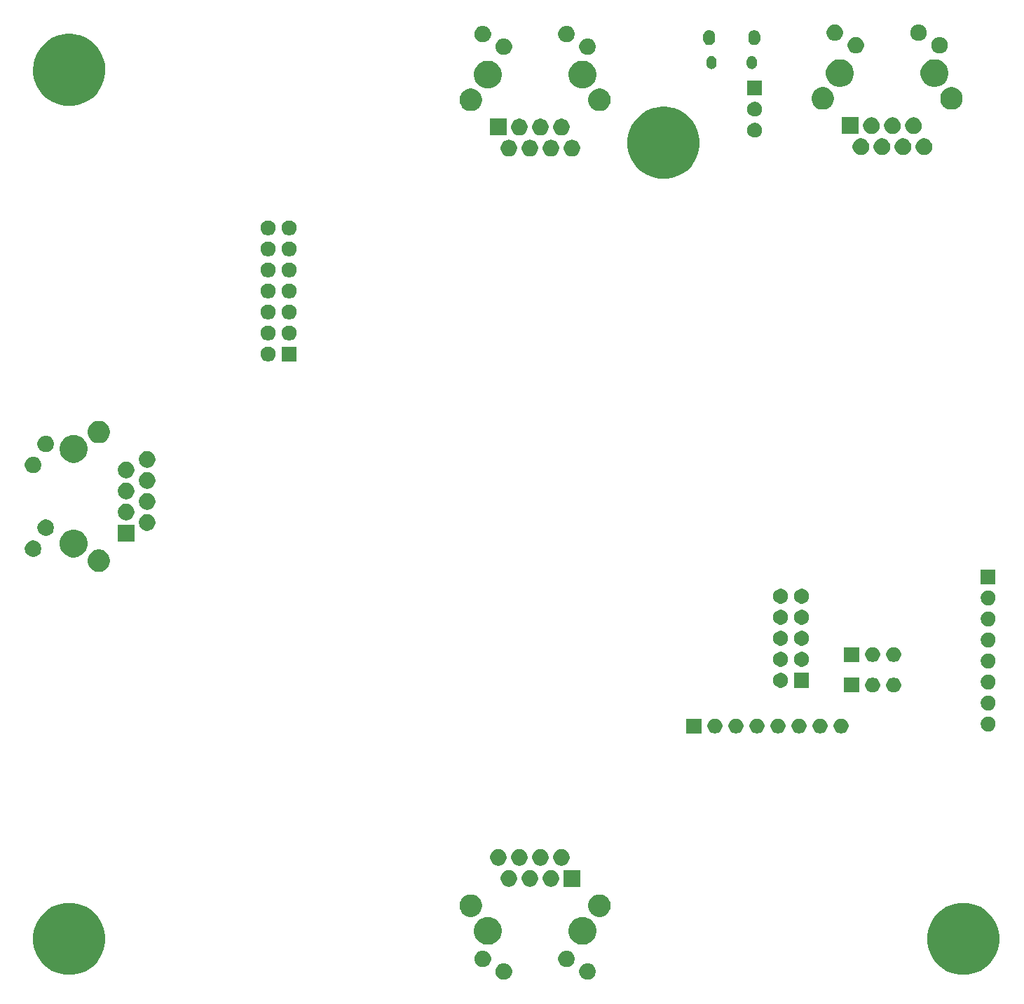
<source format=gbr>
G04 #@! TF.GenerationSoftware,KiCad,Pcbnew,(5.1.6)-1*
G04 #@! TF.CreationDate,2020-06-16T21:04:05+02:00*
G04 #@! TF.ProjectId,ethernet-sniffer,65746865-726e-4657-942d-736e69666665,rev?*
G04 #@! TF.SameCoordinates,Original*
G04 #@! TF.FileFunction,Soldermask,Bot*
G04 #@! TF.FilePolarity,Negative*
%FSLAX46Y46*%
G04 Gerber Fmt 4.6, Leading zero omitted, Abs format (unit mm)*
G04 Created by KiCad (PCBNEW (5.1.6)-1) date 2020-06-16 21:04:05*
%MOMM*%
%LPD*%
G01*
G04 APERTURE LIST*
%ADD10C,0.100000*%
G04 APERTURE END LIST*
D10*
G36*
X161893521Y-146980275D02*
G01*
X161984152Y-147017816D01*
X162074783Y-147055356D01*
X162237913Y-147164356D01*
X162376644Y-147303087D01*
X162485644Y-147466217D01*
X162518015Y-147544369D01*
X162560725Y-147647479D01*
X162599000Y-147839901D01*
X162599000Y-148036099D01*
X162560725Y-148228521D01*
X162523184Y-148319153D01*
X162485644Y-148409783D01*
X162376644Y-148572913D01*
X162237913Y-148711644D01*
X162074783Y-148820644D01*
X161984152Y-148858184D01*
X161893521Y-148895725D01*
X161701099Y-148934000D01*
X161504901Y-148934000D01*
X161312479Y-148895725D01*
X161221848Y-148858184D01*
X161131217Y-148820644D01*
X160968087Y-148711644D01*
X160829356Y-148572913D01*
X160720356Y-148409783D01*
X160682816Y-148319153D01*
X160645275Y-148228521D01*
X160607000Y-148036099D01*
X160607000Y-147839901D01*
X160645275Y-147647479D01*
X160687985Y-147544369D01*
X160720356Y-147466217D01*
X160829356Y-147303087D01*
X160968087Y-147164356D01*
X161131217Y-147055356D01*
X161221848Y-147017816D01*
X161312479Y-146980275D01*
X161504901Y-146942000D01*
X161701099Y-146942000D01*
X161893521Y-146980275D01*
G37*
G36*
X151783521Y-146980275D02*
G01*
X151874152Y-147017816D01*
X151964783Y-147055356D01*
X152127913Y-147164356D01*
X152266644Y-147303087D01*
X152375644Y-147466217D01*
X152408015Y-147544369D01*
X152450725Y-147647479D01*
X152489000Y-147839901D01*
X152489000Y-148036099D01*
X152450725Y-148228521D01*
X152413184Y-148319153D01*
X152375644Y-148409783D01*
X152266644Y-148572913D01*
X152127913Y-148711644D01*
X151964783Y-148820644D01*
X151874152Y-148858184D01*
X151783521Y-148895725D01*
X151591099Y-148934000D01*
X151394901Y-148934000D01*
X151202479Y-148895725D01*
X151111848Y-148858184D01*
X151021217Y-148820644D01*
X150858087Y-148711644D01*
X150719356Y-148572913D01*
X150610356Y-148409783D01*
X150572816Y-148319153D01*
X150535275Y-148228521D01*
X150497000Y-148036099D01*
X150497000Y-147839901D01*
X150535275Y-147647479D01*
X150577985Y-147544369D01*
X150610356Y-147466217D01*
X150719356Y-147303087D01*
X150858087Y-147164356D01*
X151021217Y-147055356D01*
X151111848Y-147017816D01*
X151202479Y-146980275D01*
X151394901Y-146942000D01*
X151591099Y-146942000D01*
X151783521Y-146980275D01*
G37*
G36*
X207548156Y-139672794D02*
G01*
X208269140Y-139816206D01*
X209060972Y-140144193D01*
X209773601Y-140620357D01*
X210379643Y-141226399D01*
X210855807Y-141939028D01*
X211183794Y-142730860D01*
X211351000Y-143571464D01*
X211351000Y-144428536D01*
X211183794Y-145269140D01*
X210855807Y-146060972D01*
X210379643Y-146773601D01*
X209773601Y-147379643D01*
X209060972Y-147855807D01*
X208269140Y-148183794D01*
X207548156Y-148327206D01*
X207428537Y-148351000D01*
X206571463Y-148351000D01*
X206451844Y-148327206D01*
X205730860Y-148183794D01*
X204939028Y-147855807D01*
X204226399Y-147379643D01*
X203620357Y-146773601D01*
X203144193Y-146060972D01*
X202816206Y-145269140D01*
X202649000Y-144428536D01*
X202649000Y-143571464D01*
X202816206Y-142730860D01*
X203144193Y-141939028D01*
X203620357Y-141226399D01*
X204226399Y-140620357D01*
X204939028Y-140144193D01*
X205730860Y-139816206D01*
X206451844Y-139672794D01*
X206571463Y-139649000D01*
X207428537Y-139649000D01*
X207548156Y-139672794D01*
G37*
G36*
X99548156Y-139672794D02*
G01*
X100269140Y-139816206D01*
X101060972Y-140144193D01*
X101773601Y-140620357D01*
X102379643Y-141226399D01*
X102855807Y-141939028D01*
X103183794Y-142730860D01*
X103351000Y-143571464D01*
X103351000Y-144428536D01*
X103183794Y-145269140D01*
X102855807Y-146060972D01*
X102379643Y-146773601D01*
X101773601Y-147379643D01*
X101060972Y-147855807D01*
X100269140Y-148183794D01*
X99548156Y-148327206D01*
X99428537Y-148351000D01*
X98571463Y-148351000D01*
X98451844Y-148327206D01*
X97730860Y-148183794D01*
X96939028Y-147855807D01*
X96226399Y-147379643D01*
X95620357Y-146773601D01*
X95144193Y-146060972D01*
X94816206Y-145269140D01*
X94649000Y-144428536D01*
X94649000Y-143571464D01*
X94816206Y-142730860D01*
X95144193Y-141939028D01*
X95620357Y-141226399D01*
X96226399Y-140620357D01*
X96939028Y-140144193D01*
X97730860Y-139816206D01*
X98451844Y-139672794D01*
X98571463Y-139649000D01*
X99428537Y-139649000D01*
X99548156Y-139672794D01*
G37*
G36*
X149243521Y-145460275D02*
G01*
X149334153Y-145497816D01*
X149424783Y-145535356D01*
X149587913Y-145644356D01*
X149726644Y-145783087D01*
X149835644Y-145946217D01*
X149873184Y-146036848D01*
X149910725Y-146127479D01*
X149949000Y-146319901D01*
X149949000Y-146516099D01*
X149910725Y-146708521D01*
X149904313Y-146724000D01*
X149835644Y-146889783D01*
X149726644Y-147052913D01*
X149587913Y-147191644D01*
X149424783Y-147300644D01*
X149334153Y-147338184D01*
X149243521Y-147375725D01*
X149051099Y-147414000D01*
X148854901Y-147414000D01*
X148662479Y-147375725D01*
X148571847Y-147338184D01*
X148481217Y-147300644D01*
X148318087Y-147191644D01*
X148179356Y-147052913D01*
X148070356Y-146889783D01*
X148001687Y-146724000D01*
X147995275Y-146708521D01*
X147957000Y-146516099D01*
X147957000Y-146319901D01*
X147995275Y-146127479D01*
X148032816Y-146036848D01*
X148070356Y-145946217D01*
X148179356Y-145783087D01*
X148318087Y-145644356D01*
X148481217Y-145535356D01*
X148571847Y-145497816D01*
X148662479Y-145460275D01*
X148854901Y-145422000D01*
X149051099Y-145422000D01*
X149243521Y-145460275D01*
G37*
G36*
X159353521Y-145460275D02*
G01*
X159444153Y-145497816D01*
X159534783Y-145535356D01*
X159697913Y-145644356D01*
X159836644Y-145783087D01*
X159945644Y-145946217D01*
X159983184Y-146036848D01*
X160020725Y-146127479D01*
X160059000Y-146319901D01*
X160059000Y-146516099D01*
X160020725Y-146708521D01*
X160014313Y-146724000D01*
X159945644Y-146889783D01*
X159836644Y-147052913D01*
X159697913Y-147191644D01*
X159534783Y-147300644D01*
X159444153Y-147338184D01*
X159353521Y-147375725D01*
X159161099Y-147414000D01*
X158964901Y-147414000D01*
X158772479Y-147375725D01*
X158681847Y-147338184D01*
X158591217Y-147300644D01*
X158428087Y-147191644D01*
X158289356Y-147052913D01*
X158180356Y-146889783D01*
X158111687Y-146724000D01*
X158105275Y-146708521D01*
X158067000Y-146516099D01*
X158067000Y-146319901D01*
X158105275Y-146127479D01*
X158142816Y-146036848D01*
X158180356Y-145946217D01*
X158289356Y-145783087D01*
X158428087Y-145644356D01*
X158591217Y-145535356D01*
X158681847Y-145497816D01*
X158772479Y-145460275D01*
X158964901Y-145422000D01*
X159161099Y-145422000D01*
X159353521Y-145460275D01*
G37*
G36*
X161319971Y-141394204D02*
G01*
X161481871Y-141426408D01*
X161786883Y-141552748D01*
X162061387Y-141736166D01*
X162294834Y-141969613D01*
X162478252Y-142244117D01*
X162604592Y-142549129D01*
X162669000Y-142872928D01*
X162669000Y-143203072D01*
X162604592Y-143526871D01*
X162478252Y-143831883D01*
X162294834Y-144106387D01*
X162061387Y-144339834D01*
X161786883Y-144523252D01*
X161481871Y-144649592D01*
X161158073Y-144714000D01*
X160827927Y-144714000D01*
X160504129Y-144649592D01*
X160199117Y-144523252D01*
X159924613Y-144339834D01*
X159691166Y-144106387D01*
X159507748Y-143831883D01*
X159381408Y-143526871D01*
X159317000Y-143203072D01*
X159317000Y-142872928D01*
X159381408Y-142549129D01*
X159507748Y-142244117D01*
X159691166Y-141969613D01*
X159924613Y-141736166D01*
X160199117Y-141552748D01*
X160504129Y-141426408D01*
X160666029Y-141394204D01*
X160827927Y-141362000D01*
X161158073Y-141362000D01*
X161319971Y-141394204D01*
G37*
G36*
X149889971Y-141394204D02*
G01*
X150051871Y-141426408D01*
X150356883Y-141552748D01*
X150631387Y-141736166D01*
X150864834Y-141969613D01*
X151048252Y-142244117D01*
X151174592Y-142549129D01*
X151239000Y-142872928D01*
X151239000Y-143203072D01*
X151174592Y-143526871D01*
X151048252Y-143831883D01*
X150864834Y-144106387D01*
X150631387Y-144339834D01*
X150356883Y-144523252D01*
X150051871Y-144649592D01*
X149728073Y-144714000D01*
X149397927Y-144714000D01*
X149074129Y-144649592D01*
X148769117Y-144523252D01*
X148494613Y-144339834D01*
X148261166Y-144106387D01*
X148077748Y-143831883D01*
X147951408Y-143526871D01*
X147887000Y-143203072D01*
X147887000Y-142872928D01*
X147951408Y-142549129D01*
X148077748Y-142244117D01*
X148261166Y-141969613D01*
X148494613Y-141736166D01*
X148769117Y-141552748D01*
X149074129Y-141426408D01*
X149236029Y-141394204D01*
X149397927Y-141362000D01*
X149728073Y-141362000D01*
X149889971Y-141394204D01*
G37*
G36*
X163447072Y-138688918D02*
G01*
X163692939Y-138790759D01*
X163804328Y-138865187D01*
X163914211Y-138938609D01*
X164102391Y-139126789D01*
X164250242Y-139348063D01*
X164352082Y-139593928D01*
X164404000Y-139854937D01*
X164404000Y-140121063D01*
X164352082Y-140382072D01*
X164250242Y-140627937D01*
X164119007Y-140824344D01*
X164102390Y-140849212D01*
X163914212Y-141037390D01*
X163692939Y-141185241D01*
X163692938Y-141185242D01*
X163692937Y-141185242D01*
X163447072Y-141287082D01*
X163186063Y-141339000D01*
X162919937Y-141339000D01*
X162658928Y-141287082D01*
X162413063Y-141185242D01*
X162413062Y-141185242D01*
X162413061Y-141185241D01*
X162191788Y-141037390D01*
X162003610Y-140849212D01*
X161986994Y-140824344D01*
X161855758Y-140627937D01*
X161753918Y-140382072D01*
X161702000Y-140121063D01*
X161702000Y-139854937D01*
X161753918Y-139593928D01*
X161855758Y-139348063D01*
X162003609Y-139126789D01*
X162191789Y-138938609D01*
X162301672Y-138865187D01*
X162413061Y-138790759D01*
X162658928Y-138688918D01*
X162919937Y-138637000D01*
X163186063Y-138637000D01*
X163447072Y-138688918D01*
G37*
G36*
X147897072Y-138688918D02*
G01*
X148142939Y-138790759D01*
X148254328Y-138865187D01*
X148364211Y-138938609D01*
X148552391Y-139126789D01*
X148700242Y-139348063D01*
X148802082Y-139593928D01*
X148854000Y-139854937D01*
X148854000Y-140121063D01*
X148802082Y-140382072D01*
X148700242Y-140627937D01*
X148569007Y-140824344D01*
X148552390Y-140849212D01*
X148364212Y-141037390D01*
X148142939Y-141185241D01*
X148142938Y-141185242D01*
X148142937Y-141185242D01*
X147897072Y-141287082D01*
X147636063Y-141339000D01*
X147369937Y-141339000D01*
X147108928Y-141287082D01*
X146863063Y-141185242D01*
X146863062Y-141185242D01*
X146863061Y-141185241D01*
X146641788Y-141037390D01*
X146453610Y-140849212D01*
X146436994Y-140824344D01*
X146305758Y-140627937D01*
X146203918Y-140382072D01*
X146152000Y-140121063D01*
X146152000Y-139854937D01*
X146203918Y-139593928D01*
X146305758Y-139348063D01*
X146453609Y-139126789D01*
X146641789Y-138938609D01*
X146751672Y-138865187D01*
X146863061Y-138790759D01*
X147108928Y-138688918D01*
X147369937Y-138637000D01*
X147636063Y-138637000D01*
X147897072Y-138688918D01*
G37*
G36*
X160724000Y-137699000D02*
G01*
X158722000Y-137699000D01*
X158722000Y-135697000D01*
X160724000Y-135697000D01*
X160724000Y-137699000D01*
G37*
G36*
X157378285Y-135716234D02*
G01*
X157474981Y-135735468D01*
X157657151Y-135810926D01*
X157821100Y-135920473D01*
X157960527Y-136059900D01*
X158070074Y-136223849D01*
X158145532Y-136406019D01*
X158184000Y-136599410D01*
X158184000Y-136796590D01*
X158145532Y-136989981D01*
X158070074Y-137172151D01*
X157960527Y-137336100D01*
X157821100Y-137475527D01*
X157657151Y-137585074D01*
X157474981Y-137660532D01*
X157378285Y-137679766D01*
X157281591Y-137699000D01*
X157084409Y-137699000D01*
X156987715Y-137679766D01*
X156891019Y-137660532D01*
X156708849Y-137585074D01*
X156544900Y-137475527D01*
X156405473Y-137336100D01*
X156295926Y-137172151D01*
X156220468Y-136989981D01*
X156182000Y-136796590D01*
X156182000Y-136599410D01*
X156220468Y-136406019D01*
X156295926Y-136223849D01*
X156405473Y-136059900D01*
X156544900Y-135920473D01*
X156708849Y-135810926D01*
X156891019Y-135735468D01*
X156987715Y-135716234D01*
X157084409Y-135697000D01*
X157281591Y-135697000D01*
X157378285Y-135716234D01*
G37*
G36*
X154838285Y-135716234D02*
G01*
X154934981Y-135735468D01*
X155117151Y-135810926D01*
X155281100Y-135920473D01*
X155420527Y-136059900D01*
X155530074Y-136223849D01*
X155605532Y-136406019D01*
X155644000Y-136599410D01*
X155644000Y-136796590D01*
X155605532Y-136989981D01*
X155530074Y-137172151D01*
X155420527Y-137336100D01*
X155281100Y-137475527D01*
X155117151Y-137585074D01*
X154934981Y-137660532D01*
X154838285Y-137679766D01*
X154741591Y-137699000D01*
X154544409Y-137699000D01*
X154447715Y-137679766D01*
X154351019Y-137660532D01*
X154168849Y-137585074D01*
X154004900Y-137475527D01*
X153865473Y-137336100D01*
X153755926Y-137172151D01*
X153680468Y-136989981D01*
X153642000Y-136796590D01*
X153642000Y-136599410D01*
X153680468Y-136406019D01*
X153755926Y-136223849D01*
X153865473Y-136059900D01*
X154004900Y-135920473D01*
X154168849Y-135810926D01*
X154351019Y-135735468D01*
X154447715Y-135716234D01*
X154544409Y-135697000D01*
X154741591Y-135697000D01*
X154838285Y-135716234D01*
G37*
G36*
X152298285Y-135716234D02*
G01*
X152394981Y-135735468D01*
X152577151Y-135810926D01*
X152741100Y-135920473D01*
X152880527Y-136059900D01*
X152990074Y-136223849D01*
X153065532Y-136406019D01*
X153104000Y-136599410D01*
X153104000Y-136796590D01*
X153065532Y-136989981D01*
X152990074Y-137172151D01*
X152880527Y-137336100D01*
X152741100Y-137475527D01*
X152577151Y-137585074D01*
X152394981Y-137660532D01*
X152298285Y-137679766D01*
X152201591Y-137699000D01*
X152004409Y-137699000D01*
X151907715Y-137679766D01*
X151811019Y-137660532D01*
X151628849Y-137585074D01*
X151464900Y-137475527D01*
X151325473Y-137336100D01*
X151215926Y-137172151D01*
X151140468Y-136989981D01*
X151102000Y-136796590D01*
X151102000Y-136599410D01*
X151140468Y-136406019D01*
X151215926Y-136223849D01*
X151325473Y-136059900D01*
X151464900Y-135920473D01*
X151628849Y-135810926D01*
X151811019Y-135735468D01*
X151907715Y-135716234D01*
X152004409Y-135697000D01*
X152201591Y-135697000D01*
X152298285Y-135716234D01*
G37*
G36*
X158648285Y-133176234D02*
G01*
X158744981Y-133195468D01*
X158927151Y-133270926D01*
X159091100Y-133380473D01*
X159230527Y-133519900D01*
X159340074Y-133683849D01*
X159415532Y-133866019D01*
X159454000Y-134059410D01*
X159454000Y-134256590D01*
X159415532Y-134449981D01*
X159340074Y-134632151D01*
X159230527Y-134796100D01*
X159091100Y-134935527D01*
X158927151Y-135045074D01*
X158744981Y-135120532D01*
X158551591Y-135159000D01*
X158354409Y-135159000D01*
X158161019Y-135120532D01*
X157978849Y-135045074D01*
X157814900Y-134935527D01*
X157675473Y-134796100D01*
X157565926Y-134632151D01*
X157490468Y-134449981D01*
X157452000Y-134256590D01*
X157452000Y-134059410D01*
X157490468Y-133866019D01*
X157565926Y-133683849D01*
X157675473Y-133519900D01*
X157814900Y-133380473D01*
X157978849Y-133270926D01*
X158161019Y-133195468D01*
X158257715Y-133176234D01*
X158354409Y-133157000D01*
X158551591Y-133157000D01*
X158648285Y-133176234D01*
G37*
G36*
X156108285Y-133176234D02*
G01*
X156204981Y-133195468D01*
X156387151Y-133270926D01*
X156551100Y-133380473D01*
X156690527Y-133519900D01*
X156800074Y-133683849D01*
X156875532Y-133866019D01*
X156914000Y-134059410D01*
X156914000Y-134256590D01*
X156875532Y-134449981D01*
X156800074Y-134632151D01*
X156690527Y-134796100D01*
X156551100Y-134935527D01*
X156387151Y-135045074D01*
X156204981Y-135120532D01*
X156011591Y-135159000D01*
X155814409Y-135159000D01*
X155621019Y-135120532D01*
X155438849Y-135045074D01*
X155274900Y-134935527D01*
X155135473Y-134796100D01*
X155025926Y-134632151D01*
X154950468Y-134449981D01*
X154912000Y-134256590D01*
X154912000Y-134059410D01*
X154950468Y-133866019D01*
X155025926Y-133683849D01*
X155135473Y-133519900D01*
X155274900Y-133380473D01*
X155438849Y-133270926D01*
X155621019Y-133195468D01*
X155717715Y-133176234D01*
X155814409Y-133157000D01*
X156011591Y-133157000D01*
X156108285Y-133176234D01*
G37*
G36*
X153568285Y-133176234D02*
G01*
X153664981Y-133195468D01*
X153847151Y-133270926D01*
X154011100Y-133380473D01*
X154150527Y-133519900D01*
X154260074Y-133683849D01*
X154335532Y-133866019D01*
X154374000Y-134059410D01*
X154374000Y-134256590D01*
X154335532Y-134449981D01*
X154260074Y-134632151D01*
X154150527Y-134796100D01*
X154011100Y-134935527D01*
X153847151Y-135045074D01*
X153664981Y-135120532D01*
X153471591Y-135159000D01*
X153274409Y-135159000D01*
X153081019Y-135120532D01*
X152898849Y-135045074D01*
X152734900Y-134935527D01*
X152595473Y-134796100D01*
X152485926Y-134632151D01*
X152410468Y-134449981D01*
X152372000Y-134256590D01*
X152372000Y-134059410D01*
X152410468Y-133866019D01*
X152485926Y-133683849D01*
X152595473Y-133519900D01*
X152734900Y-133380473D01*
X152898849Y-133270926D01*
X153081019Y-133195468D01*
X153177715Y-133176234D01*
X153274409Y-133157000D01*
X153471591Y-133157000D01*
X153568285Y-133176234D01*
G37*
G36*
X151028285Y-133176234D02*
G01*
X151124981Y-133195468D01*
X151307151Y-133270926D01*
X151471100Y-133380473D01*
X151610527Y-133519900D01*
X151720074Y-133683849D01*
X151795532Y-133866019D01*
X151834000Y-134059410D01*
X151834000Y-134256590D01*
X151795532Y-134449981D01*
X151720074Y-134632151D01*
X151610527Y-134796100D01*
X151471100Y-134935527D01*
X151307151Y-135045074D01*
X151124981Y-135120532D01*
X150931591Y-135159000D01*
X150734409Y-135159000D01*
X150541019Y-135120532D01*
X150358849Y-135045074D01*
X150194900Y-134935527D01*
X150055473Y-134796100D01*
X149945926Y-134632151D01*
X149870468Y-134449981D01*
X149832000Y-134256590D01*
X149832000Y-134059410D01*
X149870468Y-133866019D01*
X149945926Y-133683849D01*
X150055473Y-133519900D01*
X150194900Y-133380473D01*
X150358849Y-133270926D01*
X150541019Y-133195468D01*
X150637715Y-133176234D01*
X150734409Y-133157000D01*
X150931591Y-133157000D01*
X151028285Y-133176234D01*
G37*
G36*
X189808512Y-117386927D02*
G01*
X189957812Y-117416624D01*
X190121784Y-117484544D01*
X190269354Y-117583147D01*
X190394853Y-117708646D01*
X190493456Y-117856216D01*
X190561376Y-118020188D01*
X190596000Y-118194259D01*
X190596000Y-118371741D01*
X190561376Y-118545812D01*
X190493456Y-118709784D01*
X190394853Y-118857354D01*
X190269354Y-118982853D01*
X190121784Y-119081456D01*
X189957812Y-119149376D01*
X189808512Y-119179073D01*
X189783742Y-119184000D01*
X189606258Y-119184000D01*
X189581488Y-119179073D01*
X189432188Y-119149376D01*
X189268216Y-119081456D01*
X189120646Y-118982853D01*
X188995147Y-118857354D01*
X188896544Y-118709784D01*
X188828624Y-118545812D01*
X188794000Y-118371741D01*
X188794000Y-118194259D01*
X188828624Y-118020188D01*
X188896544Y-117856216D01*
X188995147Y-117708646D01*
X189120646Y-117583147D01*
X189268216Y-117484544D01*
X189432188Y-117416624D01*
X189581488Y-117386927D01*
X189606258Y-117382000D01*
X189783742Y-117382000D01*
X189808512Y-117386927D01*
G37*
G36*
X177108512Y-117386927D02*
G01*
X177257812Y-117416624D01*
X177421784Y-117484544D01*
X177569354Y-117583147D01*
X177694853Y-117708646D01*
X177793456Y-117856216D01*
X177861376Y-118020188D01*
X177896000Y-118194259D01*
X177896000Y-118371741D01*
X177861376Y-118545812D01*
X177793456Y-118709784D01*
X177694853Y-118857354D01*
X177569354Y-118982853D01*
X177421784Y-119081456D01*
X177257812Y-119149376D01*
X177108512Y-119179073D01*
X177083742Y-119184000D01*
X176906258Y-119184000D01*
X176881488Y-119179073D01*
X176732188Y-119149376D01*
X176568216Y-119081456D01*
X176420646Y-118982853D01*
X176295147Y-118857354D01*
X176196544Y-118709784D01*
X176128624Y-118545812D01*
X176094000Y-118371741D01*
X176094000Y-118194259D01*
X176128624Y-118020188D01*
X176196544Y-117856216D01*
X176295147Y-117708646D01*
X176420646Y-117583147D01*
X176568216Y-117484544D01*
X176732188Y-117416624D01*
X176881488Y-117386927D01*
X176906258Y-117382000D01*
X177083742Y-117382000D01*
X177108512Y-117386927D01*
G37*
G36*
X179648512Y-117386927D02*
G01*
X179797812Y-117416624D01*
X179961784Y-117484544D01*
X180109354Y-117583147D01*
X180234853Y-117708646D01*
X180333456Y-117856216D01*
X180401376Y-118020188D01*
X180436000Y-118194259D01*
X180436000Y-118371741D01*
X180401376Y-118545812D01*
X180333456Y-118709784D01*
X180234853Y-118857354D01*
X180109354Y-118982853D01*
X179961784Y-119081456D01*
X179797812Y-119149376D01*
X179648512Y-119179073D01*
X179623742Y-119184000D01*
X179446258Y-119184000D01*
X179421488Y-119179073D01*
X179272188Y-119149376D01*
X179108216Y-119081456D01*
X178960646Y-118982853D01*
X178835147Y-118857354D01*
X178736544Y-118709784D01*
X178668624Y-118545812D01*
X178634000Y-118371741D01*
X178634000Y-118194259D01*
X178668624Y-118020188D01*
X178736544Y-117856216D01*
X178835147Y-117708646D01*
X178960646Y-117583147D01*
X179108216Y-117484544D01*
X179272188Y-117416624D01*
X179421488Y-117386927D01*
X179446258Y-117382000D01*
X179623742Y-117382000D01*
X179648512Y-117386927D01*
G37*
G36*
X182188512Y-117386927D02*
G01*
X182337812Y-117416624D01*
X182501784Y-117484544D01*
X182649354Y-117583147D01*
X182774853Y-117708646D01*
X182873456Y-117856216D01*
X182941376Y-118020188D01*
X182976000Y-118194259D01*
X182976000Y-118371741D01*
X182941376Y-118545812D01*
X182873456Y-118709784D01*
X182774853Y-118857354D01*
X182649354Y-118982853D01*
X182501784Y-119081456D01*
X182337812Y-119149376D01*
X182188512Y-119179073D01*
X182163742Y-119184000D01*
X181986258Y-119184000D01*
X181961488Y-119179073D01*
X181812188Y-119149376D01*
X181648216Y-119081456D01*
X181500646Y-118982853D01*
X181375147Y-118857354D01*
X181276544Y-118709784D01*
X181208624Y-118545812D01*
X181174000Y-118371741D01*
X181174000Y-118194259D01*
X181208624Y-118020188D01*
X181276544Y-117856216D01*
X181375147Y-117708646D01*
X181500646Y-117583147D01*
X181648216Y-117484544D01*
X181812188Y-117416624D01*
X181961488Y-117386927D01*
X181986258Y-117382000D01*
X182163742Y-117382000D01*
X182188512Y-117386927D01*
G37*
G36*
X184728512Y-117386927D02*
G01*
X184877812Y-117416624D01*
X185041784Y-117484544D01*
X185189354Y-117583147D01*
X185314853Y-117708646D01*
X185413456Y-117856216D01*
X185481376Y-118020188D01*
X185516000Y-118194259D01*
X185516000Y-118371741D01*
X185481376Y-118545812D01*
X185413456Y-118709784D01*
X185314853Y-118857354D01*
X185189354Y-118982853D01*
X185041784Y-119081456D01*
X184877812Y-119149376D01*
X184728512Y-119179073D01*
X184703742Y-119184000D01*
X184526258Y-119184000D01*
X184501488Y-119179073D01*
X184352188Y-119149376D01*
X184188216Y-119081456D01*
X184040646Y-118982853D01*
X183915147Y-118857354D01*
X183816544Y-118709784D01*
X183748624Y-118545812D01*
X183714000Y-118371741D01*
X183714000Y-118194259D01*
X183748624Y-118020188D01*
X183816544Y-117856216D01*
X183915147Y-117708646D01*
X184040646Y-117583147D01*
X184188216Y-117484544D01*
X184352188Y-117416624D01*
X184501488Y-117386927D01*
X184526258Y-117382000D01*
X184703742Y-117382000D01*
X184728512Y-117386927D01*
G37*
G36*
X187268512Y-117386927D02*
G01*
X187417812Y-117416624D01*
X187581784Y-117484544D01*
X187729354Y-117583147D01*
X187854853Y-117708646D01*
X187953456Y-117856216D01*
X188021376Y-118020188D01*
X188056000Y-118194259D01*
X188056000Y-118371741D01*
X188021376Y-118545812D01*
X187953456Y-118709784D01*
X187854853Y-118857354D01*
X187729354Y-118982853D01*
X187581784Y-119081456D01*
X187417812Y-119149376D01*
X187268512Y-119179073D01*
X187243742Y-119184000D01*
X187066258Y-119184000D01*
X187041488Y-119179073D01*
X186892188Y-119149376D01*
X186728216Y-119081456D01*
X186580646Y-118982853D01*
X186455147Y-118857354D01*
X186356544Y-118709784D01*
X186288624Y-118545812D01*
X186254000Y-118371741D01*
X186254000Y-118194259D01*
X186288624Y-118020188D01*
X186356544Y-117856216D01*
X186455147Y-117708646D01*
X186580646Y-117583147D01*
X186728216Y-117484544D01*
X186892188Y-117416624D01*
X187041488Y-117386927D01*
X187066258Y-117382000D01*
X187243742Y-117382000D01*
X187268512Y-117386927D01*
G37*
G36*
X192348512Y-117386927D02*
G01*
X192497812Y-117416624D01*
X192661784Y-117484544D01*
X192809354Y-117583147D01*
X192934853Y-117708646D01*
X193033456Y-117856216D01*
X193101376Y-118020188D01*
X193136000Y-118194259D01*
X193136000Y-118371741D01*
X193101376Y-118545812D01*
X193033456Y-118709784D01*
X192934853Y-118857354D01*
X192809354Y-118982853D01*
X192661784Y-119081456D01*
X192497812Y-119149376D01*
X192348512Y-119179073D01*
X192323742Y-119184000D01*
X192146258Y-119184000D01*
X192121488Y-119179073D01*
X191972188Y-119149376D01*
X191808216Y-119081456D01*
X191660646Y-118982853D01*
X191535147Y-118857354D01*
X191436544Y-118709784D01*
X191368624Y-118545812D01*
X191334000Y-118371741D01*
X191334000Y-118194259D01*
X191368624Y-118020188D01*
X191436544Y-117856216D01*
X191535147Y-117708646D01*
X191660646Y-117583147D01*
X191808216Y-117484544D01*
X191972188Y-117416624D01*
X192121488Y-117386927D01*
X192146258Y-117382000D01*
X192323742Y-117382000D01*
X192348512Y-117386927D01*
G37*
G36*
X175356000Y-119184000D02*
G01*
X173554000Y-119184000D01*
X173554000Y-117382000D01*
X175356000Y-117382000D01*
X175356000Y-119184000D01*
G37*
G36*
X210113512Y-117133927D02*
G01*
X210262812Y-117163624D01*
X210426784Y-117231544D01*
X210574354Y-117330147D01*
X210699853Y-117455646D01*
X210798456Y-117603216D01*
X210866376Y-117767188D01*
X210901000Y-117941259D01*
X210901000Y-118118741D01*
X210866376Y-118292812D01*
X210798456Y-118456784D01*
X210699853Y-118604354D01*
X210574354Y-118729853D01*
X210426784Y-118828456D01*
X210262812Y-118896376D01*
X210113512Y-118926073D01*
X210088742Y-118931000D01*
X209911258Y-118931000D01*
X209886488Y-118926073D01*
X209737188Y-118896376D01*
X209573216Y-118828456D01*
X209425646Y-118729853D01*
X209300147Y-118604354D01*
X209201544Y-118456784D01*
X209133624Y-118292812D01*
X209099000Y-118118741D01*
X209099000Y-117941259D01*
X209133624Y-117767188D01*
X209201544Y-117603216D01*
X209300147Y-117455646D01*
X209425646Y-117330147D01*
X209573216Y-117231544D01*
X209737188Y-117163624D01*
X209886488Y-117133927D01*
X209911258Y-117129000D01*
X210088742Y-117129000D01*
X210113512Y-117133927D01*
G37*
G36*
X210113512Y-114593927D02*
G01*
X210262812Y-114623624D01*
X210426784Y-114691544D01*
X210574354Y-114790147D01*
X210699853Y-114915646D01*
X210798456Y-115063216D01*
X210866376Y-115227188D01*
X210901000Y-115401259D01*
X210901000Y-115578741D01*
X210866376Y-115752812D01*
X210798456Y-115916784D01*
X210699853Y-116064354D01*
X210574354Y-116189853D01*
X210426784Y-116288456D01*
X210262812Y-116356376D01*
X210113512Y-116386073D01*
X210088742Y-116391000D01*
X209911258Y-116391000D01*
X209886488Y-116386073D01*
X209737188Y-116356376D01*
X209573216Y-116288456D01*
X209425646Y-116189853D01*
X209300147Y-116064354D01*
X209201544Y-115916784D01*
X209133624Y-115752812D01*
X209099000Y-115578741D01*
X209099000Y-115401259D01*
X209133624Y-115227188D01*
X209201544Y-115063216D01*
X209300147Y-114915646D01*
X209425646Y-114790147D01*
X209573216Y-114691544D01*
X209737188Y-114623624D01*
X209886488Y-114593927D01*
X209911258Y-114589000D01*
X210088742Y-114589000D01*
X210113512Y-114593927D01*
G37*
G36*
X198698512Y-112433927D02*
G01*
X198847812Y-112463624D01*
X199011784Y-112531544D01*
X199159354Y-112630147D01*
X199284853Y-112755646D01*
X199383456Y-112903216D01*
X199451376Y-113067188D01*
X199486000Y-113241259D01*
X199486000Y-113418741D01*
X199451376Y-113592812D01*
X199383456Y-113756784D01*
X199284853Y-113904354D01*
X199159354Y-114029853D01*
X199011784Y-114128456D01*
X198847812Y-114196376D01*
X198698512Y-114226073D01*
X198673742Y-114231000D01*
X198496258Y-114231000D01*
X198471488Y-114226073D01*
X198322188Y-114196376D01*
X198158216Y-114128456D01*
X198010646Y-114029853D01*
X197885147Y-113904354D01*
X197786544Y-113756784D01*
X197718624Y-113592812D01*
X197684000Y-113418741D01*
X197684000Y-113241259D01*
X197718624Y-113067188D01*
X197786544Y-112903216D01*
X197885147Y-112755646D01*
X198010646Y-112630147D01*
X198158216Y-112531544D01*
X198322188Y-112463624D01*
X198471488Y-112433927D01*
X198496258Y-112429000D01*
X198673742Y-112429000D01*
X198698512Y-112433927D01*
G37*
G36*
X194406000Y-114231000D02*
G01*
X192604000Y-114231000D01*
X192604000Y-112429000D01*
X194406000Y-112429000D01*
X194406000Y-114231000D01*
G37*
G36*
X196158512Y-112433927D02*
G01*
X196307812Y-112463624D01*
X196471784Y-112531544D01*
X196619354Y-112630147D01*
X196744853Y-112755646D01*
X196843456Y-112903216D01*
X196911376Y-113067188D01*
X196946000Y-113241259D01*
X196946000Y-113418741D01*
X196911376Y-113592812D01*
X196843456Y-113756784D01*
X196744853Y-113904354D01*
X196619354Y-114029853D01*
X196471784Y-114128456D01*
X196307812Y-114196376D01*
X196158512Y-114226073D01*
X196133742Y-114231000D01*
X195956258Y-114231000D01*
X195931488Y-114226073D01*
X195782188Y-114196376D01*
X195618216Y-114128456D01*
X195470646Y-114029853D01*
X195345147Y-113904354D01*
X195246544Y-113756784D01*
X195178624Y-113592812D01*
X195144000Y-113418741D01*
X195144000Y-113241259D01*
X195178624Y-113067188D01*
X195246544Y-112903216D01*
X195345147Y-112755646D01*
X195470646Y-112630147D01*
X195618216Y-112531544D01*
X195782188Y-112463624D01*
X195931488Y-112433927D01*
X195956258Y-112429000D01*
X196133742Y-112429000D01*
X196158512Y-112433927D01*
G37*
G36*
X210113512Y-112053927D02*
G01*
X210262812Y-112083624D01*
X210426784Y-112151544D01*
X210574354Y-112250147D01*
X210699853Y-112375646D01*
X210798456Y-112523216D01*
X210866376Y-112687188D01*
X210901000Y-112861259D01*
X210901000Y-113038741D01*
X210866376Y-113212812D01*
X210798456Y-113376784D01*
X210699853Y-113524354D01*
X210574354Y-113649853D01*
X210426784Y-113748456D01*
X210262812Y-113816376D01*
X210113512Y-113846073D01*
X210088742Y-113851000D01*
X209911258Y-113851000D01*
X209886488Y-113846073D01*
X209737188Y-113816376D01*
X209573216Y-113748456D01*
X209425646Y-113649853D01*
X209300147Y-113524354D01*
X209201544Y-113376784D01*
X209133624Y-113212812D01*
X209099000Y-113038741D01*
X209099000Y-112861259D01*
X209133624Y-112687188D01*
X209201544Y-112523216D01*
X209300147Y-112375646D01*
X209425646Y-112250147D01*
X209573216Y-112151544D01*
X209737188Y-112083624D01*
X209886488Y-112053927D01*
X209911258Y-112049000D01*
X210088742Y-112049000D01*
X210113512Y-112053927D01*
G37*
G36*
X185046012Y-111862427D02*
G01*
X185195312Y-111892124D01*
X185359284Y-111960044D01*
X185506854Y-112058647D01*
X185632353Y-112184146D01*
X185730956Y-112331716D01*
X185798876Y-112495688D01*
X185833500Y-112669759D01*
X185833500Y-112847241D01*
X185798876Y-113021312D01*
X185730956Y-113185284D01*
X185632353Y-113332854D01*
X185506854Y-113458353D01*
X185359284Y-113556956D01*
X185195312Y-113624876D01*
X185046012Y-113654573D01*
X185021242Y-113659500D01*
X184843758Y-113659500D01*
X184818988Y-113654573D01*
X184669688Y-113624876D01*
X184505716Y-113556956D01*
X184358146Y-113458353D01*
X184232647Y-113332854D01*
X184134044Y-113185284D01*
X184066124Y-113021312D01*
X184031500Y-112847241D01*
X184031500Y-112669759D01*
X184066124Y-112495688D01*
X184134044Y-112331716D01*
X184232647Y-112184146D01*
X184358146Y-112058647D01*
X184505716Y-111960044D01*
X184669688Y-111892124D01*
X184818988Y-111862427D01*
X184843758Y-111857500D01*
X185021242Y-111857500D01*
X185046012Y-111862427D01*
G37*
G36*
X188373500Y-113659500D02*
G01*
X186571500Y-113659500D01*
X186571500Y-111857500D01*
X188373500Y-111857500D01*
X188373500Y-113659500D01*
G37*
G36*
X210113512Y-109513927D02*
G01*
X210262812Y-109543624D01*
X210426784Y-109611544D01*
X210574354Y-109710147D01*
X210699853Y-109835646D01*
X210798456Y-109983216D01*
X210866376Y-110147188D01*
X210901000Y-110321259D01*
X210901000Y-110498741D01*
X210866376Y-110672812D01*
X210798456Y-110836784D01*
X210699853Y-110984354D01*
X210574354Y-111109853D01*
X210426784Y-111208456D01*
X210262812Y-111276376D01*
X210113512Y-111306073D01*
X210088742Y-111311000D01*
X209911258Y-111311000D01*
X209886488Y-111306073D01*
X209737188Y-111276376D01*
X209573216Y-111208456D01*
X209425646Y-111109853D01*
X209300147Y-110984354D01*
X209201544Y-110836784D01*
X209133624Y-110672812D01*
X209099000Y-110498741D01*
X209099000Y-110321259D01*
X209133624Y-110147188D01*
X209201544Y-109983216D01*
X209300147Y-109835646D01*
X209425646Y-109710147D01*
X209573216Y-109611544D01*
X209737188Y-109543624D01*
X209886488Y-109513927D01*
X209911258Y-109509000D01*
X210088742Y-109509000D01*
X210113512Y-109513927D01*
G37*
G36*
X185046012Y-109322427D02*
G01*
X185195312Y-109352124D01*
X185359284Y-109420044D01*
X185506854Y-109518647D01*
X185632353Y-109644146D01*
X185730956Y-109791716D01*
X185798876Y-109955688D01*
X185833500Y-110129759D01*
X185833500Y-110307241D01*
X185798876Y-110481312D01*
X185730956Y-110645284D01*
X185632353Y-110792854D01*
X185506854Y-110918353D01*
X185359284Y-111016956D01*
X185195312Y-111084876D01*
X185046012Y-111114573D01*
X185021242Y-111119500D01*
X184843758Y-111119500D01*
X184818988Y-111114573D01*
X184669688Y-111084876D01*
X184505716Y-111016956D01*
X184358146Y-110918353D01*
X184232647Y-110792854D01*
X184134044Y-110645284D01*
X184066124Y-110481312D01*
X184031500Y-110307241D01*
X184031500Y-110129759D01*
X184066124Y-109955688D01*
X184134044Y-109791716D01*
X184232647Y-109644146D01*
X184358146Y-109518647D01*
X184505716Y-109420044D01*
X184669688Y-109352124D01*
X184818988Y-109322427D01*
X184843758Y-109317500D01*
X185021242Y-109317500D01*
X185046012Y-109322427D01*
G37*
G36*
X187586012Y-109322427D02*
G01*
X187735312Y-109352124D01*
X187899284Y-109420044D01*
X188046854Y-109518647D01*
X188172353Y-109644146D01*
X188270956Y-109791716D01*
X188338876Y-109955688D01*
X188373500Y-110129759D01*
X188373500Y-110307241D01*
X188338876Y-110481312D01*
X188270956Y-110645284D01*
X188172353Y-110792854D01*
X188046854Y-110918353D01*
X187899284Y-111016956D01*
X187735312Y-111084876D01*
X187586012Y-111114573D01*
X187561242Y-111119500D01*
X187383758Y-111119500D01*
X187358988Y-111114573D01*
X187209688Y-111084876D01*
X187045716Y-111016956D01*
X186898146Y-110918353D01*
X186772647Y-110792854D01*
X186674044Y-110645284D01*
X186606124Y-110481312D01*
X186571500Y-110307241D01*
X186571500Y-110129759D01*
X186606124Y-109955688D01*
X186674044Y-109791716D01*
X186772647Y-109644146D01*
X186898146Y-109518647D01*
X187045716Y-109420044D01*
X187209688Y-109352124D01*
X187358988Y-109322427D01*
X187383758Y-109317500D01*
X187561242Y-109317500D01*
X187586012Y-109322427D01*
G37*
G36*
X194406000Y-110548000D02*
G01*
X192604000Y-110548000D01*
X192604000Y-108746000D01*
X194406000Y-108746000D01*
X194406000Y-110548000D01*
G37*
G36*
X196158512Y-108750927D02*
G01*
X196307812Y-108780624D01*
X196471784Y-108848544D01*
X196619354Y-108947147D01*
X196744853Y-109072646D01*
X196843456Y-109220216D01*
X196911376Y-109384188D01*
X196946000Y-109558259D01*
X196946000Y-109735741D01*
X196911376Y-109909812D01*
X196843456Y-110073784D01*
X196744853Y-110221354D01*
X196619354Y-110346853D01*
X196471784Y-110445456D01*
X196307812Y-110513376D01*
X196158512Y-110543073D01*
X196133742Y-110548000D01*
X195956258Y-110548000D01*
X195931488Y-110543073D01*
X195782188Y-110513376D01*
X195618216Y-110445456D01*
X195470646Y-110346853D01*
X195345147Y-110221354D01*
X195246544Y-110073784D01*
X195178624Y-109909812D01*
X195144000Y-109735741D01*
X195144000Y-109558259D01*
X195178624Y-109384188D01*
X195246544Y-109220216D01*
X195345147Y-109072646D01*
X195470646Y-108947147D01*
X195618216Y-108848544D01*
X195782188Y-108780624D01*
X195931488Y-108750927D01*
X195956258Y-108746000D01*
X196133742Y-108746000D01*
X196158512Y-108750927D01*
G37*
G36*
X198698512Y-108750927D02*
G01*
X198847812Y-108780624D01*
X199011784Y-108848544D01*
X199159354Y-108947147D01*
X199284853Y-109072646D01*
X199383456Y-109220216D01*
X199451376Y-109384188D01*
X199486000Y-109558259D01*
X199486000Y-109735741D01*
X199451376Y-109909812D01*
X199383456Y-110073784D01*
X199284853Y-110221354D01*
X199159354Y-110346853D01*
X199011784Y-110445456D01*
X198847812Y-110513376D01*
X198698512Y-110543073D01*
X198673742Y-110548000D01*
X198496258Y-110548000D01*
X198471488Y-110543073D01*
X198322188Y-110513376D01*
X198158216Y-110445456D01*
X198010646Y-110346853D01*
X197885147Y-110221354D01*
X197786544Y-110073784D01*
X197718624Y-109909812D01*
X197684000Y-109735741D01*
X197684000Y-109558259D01*
X197718624Y-109384188D01*
X197786544Y-109220216D01*
X197885147Y-109072646D01*
X198010646Y-108947147D01*
X198158216Y-108848544D01*
X198322188Y-108780624D01*
X198471488Y-108750927D01*
X198496258Y-108746000D01*
X198673742Y-108746000D01*
X198698512Y-108750927D01*
G37*
G36*
X210113512Y-106973927D02*
G01*
X210262812Y-107003624D01*
X210426784Y-107071544D01*
X210574354Y-107170147D01*
X210699853Y-107295646D01*
X210798456Y-107443216D01*
X210866376Y-107607188D01*
X210901000Y-107781259D01*
X210901000Y-107958741D01*
X210866376Y-108132812D01*
X210798456Y-108296784D01*
X210699853Y-108444354D01*
X210574354Y-108569853D01*
X210426784Y-108668456D01*
X210262812Y-108736376D01*
X210113512Y-108766073D01*
X210088742Y-108771000D01*
X209911258Y-108771000D01*
X209886488Y-108766073D01*
X209737188Y-108736376D01*
X209573216Y-108668456D01*
X209425646Y-108569853D01*
X209300147Y-108444354D01*
X209201544Y-108296784D01*
X209133624Y-108132812D01*
X209099000Y-107958741D01*
X209099000Y-107781259D01*
X209133624Y-107607188D01*
X209201544Y-107443216D01*
X209300147Y-107295646D01*
X209425646Y-107170147D01*
X209573216Y-107071544D01*
X209737188Y-107003624D01*
X209886488Y-106973927D01*
X209911258Y-106969000D01*
X210088742Y-106969000D01*
X210113512Y-106973927D01*
G37*
G36*
X187586012Y-106782427D02*
G01*
X187735312Y-106812124D01*
X187899284Y-106880044D01*
X188046854Y-106978647D01*
X188172353Y-107104146D01*
X188270956Y-107251716D01*
X188338876Y-107415688D01*
X188373500Y-107589759D01*
X188373500Y-107767241D01*
X188338876Y-107941312D01*
X188270956Y-108105284D01*
X188172353Y-108252854D01*
X188046854Y-108378353D01*
X187899284Y-108476956D01*
X187735312Y-108544876D01*
X187586012Y-108574573D01*
X187561242Y-108579500D01*
X187383758Y-108579500D01*
X187358988Y-108574573D01*
X187209688Y-108544876D01*
X187045716Y-108476956D01*
X186898146Y-108378353D01*
X186772647Y-108252854D01*
X186674044Y-108105284D01*
X186606124Y-107941312D01*
X186571500Y-107767241D01*
X186571500Y-107589759D01*
X186606124Y-107415688D01*
X186674044Y-107251716D01*
X186772647Y-107104146D01*
X186898146Y-106978647D01*
X187045716Y-106880044D01*
X187209688Y-106812124D01*
X187358988Y-106782427D01*
X187383758Y-106777500D01*
X187561242Y-106777500D01*
X187586012Y-106782427D01*
G37*
G36*
X185046012Y-106782427D02*
G01*
X185195312Y-106812124D01*
X185359284Y-106880044D01*
X185506854Y-106978647D01*
X185632353Y-107104146D01*
X185730956Y-107251716D01*
X185798876Y-107415688D01*
X185833500Y-107589759D01*
X185833500Y-107767241D01*
X185798876Y-107941312D01*
X185730956Y-108105284D01*
X185632353Y-108252854D01*
X185506854Y-108378353D01*
X185359284Y-108476956D01*
X185195312Y-108544876D01*
X185046012Y-108574573D01*
X185021242Y-108579500D01*
X184843758Y-108579500D01*
X184818988Y-108574573D01*
X184669688Y-108544876D01*
X184505716Y-108476956D01*
X184358146Y-108378353D01*
X184232647Y-108252854D01*
X184134044Y-108105284D01*
X184066124Y-107941312D01*
X184031500Y-107767241D01*
X184031500Y-107589759D01*
X184066124Y-107415688D01*
X184134044Y-107251716D01*
X184232647Y-107104146D01*
X184358146Y-106978647D01*
X184505716Y-106880044D01*
X184669688Y-106812124D01*
X184818988Y-106782427D01*
X184843758Y-106777500D01*
X185021242Y-106777500D01*
X185046012Y-106782427D01*
G37*
G36*
X210113512Y-104433927D02*
G01*
X210262812Y-104463624D01*
X210426784Y-104531544D01*
X210574354Y-104630147D01*
X210699853Y-104755646D01*
X210798456Y-104903216D01*
X210866376Y-105067188D01*
X210901000Y-105241259D01*
X210901000Y-105418741D01*
X210866376Y-105592812D01*
X210798456Y-105756784D01*
X210699853Y-105904354D01*
X210574354Y-106029853D01*
X210426784Y-106128456D01*
X210262812Y-106196376D01*
X210113512Y-106226073D01*
X210088742Y-106231000D01*
X209911258Y-106231000D01*
X209886488Y-106226073D01*
X209737188Y-106196376D01*
X209573216Y-106128456D01*
X209425646Y-106029853D01*
X209300147Y-105904354D01*
X209201544Y-105756784D01*
X209133624Y-105592812D01*
X209099000Y-105418741D01*
X209099000Y-105241259D01*
X209133624Y-105067188D01*
X209201544Y-104903216D01*
X209300147Y-104755646D01*
X209425646Y-104630147D01*
X209573216Y-104531544D01*
X209737188Y-104463624D01*
X209886488Y-104433927D01*
X209911258Y-104429000D01*
X210088742Y-104429000D01*
X210113512Y-104433927D01*
G37*
G36*
X185046012Y-104242427D02*
G01*
X185195312Y-104272124D01*
X185359284Y-104340044D01*
X185506854Y-104438647D01*
X185632353Y-104564146D01*
X185730956Y-104711716D01*
X185798876Y-104875688D01*
X185833500Y-105049759D01*
X185833500Y-105227241D01*
X185798876Y-105401312D01*
X185730956Y-105565284D01*
X185632353Y-105712854D01*
X185506854Y-105838353D01*
X185359284Y-105936956D01*
X185195312Y-106004876D01*
X185046012Y-106034573D01*
X185021242Y-106039500D01*
X184843758Y-106039500D01*
X184818988Y-106034573D01*
X184669688Y-106004876D01*
X184505716Y-105936956D01*
X184358146Y-105838353D01*
X184232647Y-105712854D01*
X184134044Y-105565284D01*
X184066124Y-105401312D01*
X184031500Y-105227241D01*
X184031500Y-105049759D01*
X184066124Y-104875688D01*
X184134044Y-104711716D01*
X184232647Y-104564146D01*
X184358146Y-104438647D01*
X184505716Y-104340044D01*
X184669688Y-104272124D01*
X184818988Y-104242427D01*
X184843758Y-104237500D01*
X185021242Y-104237500D01*
X185046012Y-104242427D01*
G37*
G36*
X187586012Y-104242427D02*
G01*
X187735312Y-104272124D01*
X187899284Y-104340044D01*
X188046854Y-104438647D01*
X188172353Y-104564146D01*
X188270956Y-104711716D01*
X188338876Y-104875688D01*
X188373500Y-105049759D01*
X188373500Y-105227241D01*
X188338876Y-105401312D01*
X188270956Y-105565284D01*
X188172353Y-105712854D01*
X188046854Y-105838353D01*
X187899284Y-105936956D01*
X187735312Y-106004876D01*
X187586012Y-106034573D01*
X187561242Y-106039500D01*
X187383758Y-106039500D01*
X187358988Y-106034573D01*
X187209688Y-106004876D01*
X187045716Y-105936956D01*
X186898146Y-105838353D01*
X186772647Y-105712854D01*
X186674044Y-105565284D01*
X186606124Y-105401312D01*
X186571500Y-105227241D01*
X186571500Y-105049759D01*
X186606124Y-104875688D01*
X186674044Y-104711716D01*
X186772647Y-104564146D01*
X186898146Y-104438647D01*
X187045716Y-104340044D01*
X187209688Y-104272124D01*
X187358988Y-104242427D01*
X187383758Y-104237500D01*
X187561242Y-104237500D01*
X187586012Y-104242427D01*
G37*
G36*
X210113512Y-101893927D02*
G01*
X210262812Y-101923624D01*
X210426784Y-101991544D01*
X210574354Y-102090147D01*
X210699853Y-102215646D01*
X210798456Y-102363216D01*
X210866376Y-102527188D01*
X210901000Y-102701259D01*
X210901000Y-102878741D01*
X210866376Y-103052812D01*
X210798456Y-103216784D01*
X210699853Y-103364354D01*
X210574354Y-103489853D01*
X210426784Y-103588456D01*
X210262812Y-103656376D01*
X210113512Y-103686073D01*
X210088742Y-103691000D01*
X209911258Y-103691000D01*
X209886488Y-103686073D01*
X209737188Y-103656376D01*
X209573216Y-103588456D01*
X209425646Y-103489853D01*
X209300147Y-103364354D01*
X209201544Y-103216784D01*
X209133624Y-103052812D01*
X209099000Y-102878741D01*
X209099000Y-102701259D01*
X209133624Y-102527188D01*
X209201544Y-102363216D01*
X209300147Y-102215646D01*
X209425646Y-102090147D01*
X209573216Y-101991544D01*
X209737188Y-101923624D01*
X209886488Y-101893927D01*
X209911258Y-101889000D01*
X210088742Y-101889000D01*
X210113512Y-101893927D01*
G37*
G36*
X185046012Y-101702427D02*
G01*
X185195312Y-101732124D01*
X185359284Y-101800044D01*
X185506854Y-101898647D01*
X185632353Y-102024146D01*
X185730956Y-102171716D01*
X185798876Y-102335688D01*
X185833500Y-102509759D01*
X185833500Y-102687241D01*
X185798876Y-102861312D01*
X185730956Y-103025284D01*
X185632353Y-103172854D01*
X185506854Y-103298353D01*
X185359284Y-103396956D01*
X185195312Y-103464876D01*
X185046012Y-103494573D01*
X185021242Y-103499500D01*
X184843758Y-103499500D01*
X184818988Y-103494573D01*
X184669688Y-103464876D01*
X184505716Y-103396956D01*
X184358146Y-103298353D01*
X184232647Y-103172854D01*
X184134044Y-103025284D01*
X184066124Y-102861312D01*
X184031500Y-102687241D01*
X184031500Y-102509759D01*
X184066124Y-102335688D01*
X184134044Y-102171716D01*
X184232647Y-102024146D01*
X184358146Y-101898647D01*
X184505716Y-101800044D01*
X184669688Y-101732124D01*
X184818988Y-101702427D01*
X184843758Y-101697500D01*
X185021242Y-101697500D01*
X185046012Y-101702427D01*
G37*
G36*
X187586012Y-101702427D02*
G01*
X187735312Y-101732124D01*
X187899284Y-101800044D01*
X188046854Y-101898647D01*
X188172353Y-102024146D01*
X188270956Y-102171716D01*
X188338876Y-102335688D01*
X188373500Y-102509759D01*
X188373500Y-102687241D01*
X188338876Y-102861312D01*
X188270956Y-103025284D01*
X188172353Y-103172854D01*
X188046854Y-103298353D01*
X187899284Y-103396956D01*
X187735312Y-103464876D01*
X187586012Y-103494573D01*
X187561242Y-103499500D01*
X187383758Y-103499500D01*
X187358988Y-103494573D01*
X187209688Y-103464876D01*
X187045716Y-103396956D01*
X186898146Y-103298353D01*
X186772647Y-103172854D01*
X186674044Y-103025284D01*
X186606124Y-102861312D01*
X186571500Y-102687241D01*
X186571500Y-102509759D01*
X186606124Y-102335688D01*
X186674044Y-102171716D01*
X186772647Y-102024146D01*
X186898146Y-101898647D01*
X187045716Y-101800044D01*
X187209688Y-101732124D01*
X187358988Y-101702427D01*
X187383758Y-101697500D01*
X187561242Y-101697500D01*
X187586012Y-101702427D01*
G37*
G36*
X210901000Y-101151000D02*
G01*
X209099000Y-101151000D01*
X209099000Y-99349000D01*
X210901000Y-99349000D01*
X210901000Y-101151000D01*
G37*
G36*
X102973072Y-96993918D02*
G01*
X103052655Y-97026882D01*
X103218939Y-97095759D01*
X103440212Y-97243610D01*
X103628390Y-97431788D01*
X103776241Y-97653061D01*
X103878082Y-97898928D01*
X103930000Y-98159938D01*
X103930000Y-98426062D01*
X103878082Y-98687072D01*
X103776241Y-98932939D01*
X103628390Y-99154212D01*
X103440212Y-99342390D01*
X103218939Y-99490241D01*
X103218938Y-99490242D01*
X103218937Y-99490242D01*
X102973072Y-99592082D01*
X102712063Y-99644000D01*
X102445937Y-99644000D01*
X102184928Y-99592082D01*
X101939063Y-99490242D01*
X101939062Y-99490242D01*
X101939061Y-99490241D01*
X101717788Y-99342390D01*
X101529610Y-99154212D01*
X101381759Y-98932939D01*
X101279918Y-98687072D01*
X101228000Y-98426062D01*
X101228000Y-98159938D01*
X101279918Y-97898928D01*
X101381759Y-97653061D01*
X101529610Y-97431788D01*
X101717788Y-97243610D01*
X101939061Y-97095759D01*
X102105346Y-97026882D01*
X102184928Y-96993918D01*
X102445937Y-96942000D01*
X102712063Y-96942000D01*
X102973072Y-96993918D01*
G37*
G36*
X99810072Y-94580074D02*
G01*
X100017871Y-94621408D01*
X100322883Y-94747748D01*
X100597387Y-94931166D01*
X100830834Y-95164613D01*
X101014252Y-95439117D01*
X101014252Y-95439118D01*
X101140592Y-95744130D01*
X101183603Y-95960356D01*
X101205000Y-96067928D01*
X101205000Y-96398072D01*
X101140592Y-96721871D01*
X101014252Y-97026883D01*
X100830834Y-97301387D01*
X100597387Y-97534834D01*
X100322883Y-97718252D01*
X100017871Y-97844592D01*
X99855971Y-97876796D01*
X99694073Y-97909000D01*
X99363927Y-97909000D01*
X99040129Y-97844592D01*
X98735117Y-97718252D01*
X98460613Y-97534834D01*
X98227166Y-97301387D01*
X98043748Y-97026883D01*
X97917408Y-96721871D01*
X97853000Y-96398072D01*
X97853000Y-96067928D01*
X97874398Y-95960356D01*
X97917408Y-95744130D01*
X98043748Y-95439118D01*
X98043748Y-95439117D01*
X98227166Y-95164613D01*
X98460613Y-94931166D01*
X98735117Y-94747748D01*
X99040129Y-94621408D01*
X99247928Y-94580074D01*
X99363927Y-94557000D01*
X99694073Y-94557000D01*
X99810072Y-94580074D01*
G37*
G36*
X94919521Y-95885275D02*
G01*
X95010152Y-95922816D01*
X95100783Y-95960356D01*
X95263913Y-96069356D01*
X95402644Y-96208087D01*
X95511644Y-96371217D01*
X95522768Y-96398073D01*
X95586725Y-96552479D01*
X95625000Y-96744901D01*
X95625000Y-96941099D01*
X95586725Y-97133521D01*
X95549184Y-97224152D01*
X95511644Y-97314783D01*
X95402644Y-97477913D01*
X95263913Y-97616644D01*
X95100783Y-97725644D01*
X95010152Y-97763184D01*
X94919521Y-97800725D01*
X94727099Y-97839000D01*
X94530901Y-97839000D01*
X94338479Y-97800725D01*
X94247848Y-97763184D01*
X94157217Y-97725644D01*
X93994087Y-97616644D01*
X93855356Y-97477913D01*
X93746356Y-97314783D01*
X93708816Y-97224152D01*
X93671275Y-97133521D01*
X93633000Y-96941099D01*
X93633000Y-96744901D01*
X93671275Y-96552479D01*
X93735232Y-96398073D01*
X93746356Y-96371217D01*
X93855356Y-96208087D01*
X93994087Y-96069356D01*
X94157217Y-95960356D01*
X94247848Y-95922816D01*
X94338479Y-95885275D01*
X94530901Y-95847000D01*
X94727099Y-95847000D01*
X94919521Y-95885275D01*
G37*
G36*
X106870000Y-95964000D02*
G01*
X104868000Y-95964000D01*
X104868000Y-93962000D01*
X106870000Y-93962000D01*
X106870000Y-95964000D01*
G37*
G36*
X96439521Y-93345275D02*
G01*
X96530152Y-93382816D01*
X96620783Y-93420356D01*
X96783913Y-93529356D01*
X96922644Y-93668087D01*
X97031644Y-93831217D01*
X97069184Y-93921847D01*
X97106725Y-94012479D01*
X97145000Y-94204901D01*
X97145000Y-94401099D01*
X97106725Y-94593521D01*
X97081039Y-94655532D01*
X97031644Y-94774783D01*
X96922644Y-94937913D01*
X96783913Y-95076644D01*
X96620783Y-95185644D01*
X96530152Y-95223184D01*
X96439521Y-95260725D01*
X96247099Y-95299000D01*
X96050901Y-95299000D01*
X95858479Y-95260725D01*
X95767848Y-95223184D01*
X95677217Y-95185644D01*
X95514087Y-95076644D01*
X95375356Y-94937913D01*
X95266356Y-94774783D01*
X95216961Y-94655532D01*
X95191275Y-94593521D01*
X95153000Y-94401099D01*
X95153000Y-94204901D01*
X95191275Y-94012479D01*
X95228816Y-93921847D01*
X95266356Y-93831217D01*
X95375356Y-93668087D01*
X95514087Y-93529356D01*
X95677217Y-93420356D01*
X95767848Y-93382816D01*
X95858479Y-93345275D01*
X96050901Y-93307000D01*
X96247099Y-93307000D01*
X96439521Y-93345275D01*
G37*
G36*
X108604285Y-92711234D02*
G01*
X108700981Y-92730468D01*
X108883151Y-92805926D01*
X109047100Y-92915473D01*
X109186527Y-93054900D01*
X109296074Y-93218849D01*
X109371532Y-93401019D01*
X109410000Y-93594410D01*
X109410000Y-93791590D01*
X109371532Y-93984981D01*
X109296074Y-94167151D01*
X109186527Y-94331100D01*
X109047100Y-94470527D01*
X108883151Y-94580074D01*
X108883150Y-94580075D01*
X108883149Y-94580075D01*
X108850685Y-94593522D01*
X108700981Y-94655532D01*
X108507591Y-94694000D01*
X108310409Y-94694000D01*
X108117019Y-94655532D01*
X107967315Y-94593522D01*
X107934851Y-94580075D01*
X107934850Y-94580075D01*
X107934849Y-94580074D01*
X107770900Y-94470527D01*
X107631473Y-94331100D01*
X107521926Y-94167151D01*
X107446468Y-93984981D01*
X107408000Y-93791590D01*
X107408000Y-93594410D01*
X107446468Y-93401019D01*
X107521926Y-93218849D01*
X107631473Y-93054900D01*
X107770900Y-92915473D01*
X107934849Y-92805926D01*
X108117019Y-92730468D01*
X108213715Y-92711234D01*
X108310409Y-92692000D01*
X108507591Y-92692000D01*
X108604285Y-92711234D01*
G37*
G36*
X106064285Y-91441234D02*
G01*
X106160981Y-91460468D01*
X106343151Y-91535926D01*
X106507100Y-91645473D01*
X106646527Y-91784900D01*
X106756074Y-91948849D01*
X106831532Y-92131019D01*
X106870000Y-92324410D01*
X106870000Y-92521590D01*
X106831532Y-92714981D01*
X106756074Y-92897151D01*
X106646527Y-93061100D01*
X106507100Y-93200527D01*
X106343151Y-93310074D01*
X106160981Y-93385532D01*
X106083123Y-93401019D01*
X105967591Y-93424000D01*
X105770409Y-93424000D01*
X105654877Y-93401019D01*
X105577019Y-93385532D01*
X105394849Y-93310074D01*
X105230900Y-93200527D01*
X105091473Y-93061100D01*
X104981926Y-92897151D01*
X104906468Y-92714981D01*
X104868000Y-92521590D01*
X104868000Y-92324410D01*
X104906468Y-92131019D01*
X104981926Y-91948849D01*
X105091473Y-91784900D01*
X105230900Y-91645473D01*
X105394849Y-91535926D01*
X105577019Y-91460468D01*
X105673715Y-91441234D01*
X105770409Y-91422000D01*
X105967591Y-91422000D01*
X106064285Y-91441234D01*
G37*
G36*
X108700981Y-90190468D02*
G01*
X108883151Y-90265926D01*
X109047100Y-90375473D01*
X109186527Y-90514900D01*
X109296074Y-90678849D01*
X109371532Y-90861019D01*
X109410000Y-91054410D01*
X109410000Y-91251590D01*
X109371532Y-91444981D01*
X109296074Y-91627151D01*
X109186527Y-91791100D01*
X109047100Y-91930527D01*
X108883151Y-92040074D01*
X108700981Y-92115532D01*
X108623123Y-92131019D01*
X108507591Y-92154000D01*
X108310409Y-92154000D01*
X108194877Y-92131019D01*
X108117019Y-92115532D01*
X107934849Y-92040074D01*
X107770900Y-91930527D01*
X107631473Y-91791100D01*
X107521926Y-91627151D01*
X107446468Y-91444981D01*
X107408000Y-91251590D01*
X107408000Y-91054410D01*
X107446468Y-90861019D01*
X107521926Y-90678849D01*
X107631473Y-90514900D01*
X107770900Y-90375473D01*
X107934849Y-90265926D01*
X108117019Y-90190468D01*
X108310409Y-90152000D01*
X108507591Y-90152000D01*
X108700981Y-90190468D01*
G37*
G36*
X106160981Y-88920468D02*
G01*
X106343151Y-88995926D01*
X106507100Y-89105473D01*
X106646527Y-89244900D01*
X106756074Y-89408849D01*
X106831532Y-89591019D01*
X106870000Y-89784410D01*
X106870000Y-89981590D01*
X106831532Y-90174981D01*
X106756074Y-90357151D01*
X106646527Y-90521100D01*
X106507100Y-90660527D01*
X106343151Y-90770074D01*
X106160981Y-90845532D01*
X106083123Y-90861019D01*
X105967591Y-90884000D01*
X105770409Y-90884000D01*
X105654877Y-90861019D01*
X105577019Y-90845532D01*
X105394849Y-90770074D01*
X105230900Y-90660527D01*
X105091473Y-90521100D01*
X104981926Y-90357151D01*
X104906468Y-90174981D01*
X104868000Y-89981590D01*
X104868000Y-89784410D01*
X104906468Y-89591019D01*
X104981926Y-89408849D01*
X105091473Y-89244900D01*
X105230900Y-89105473D01*
X105394849Y-88995926D01*
X105577019Y-88920468D01*
X105770409Y-88882000D01*
X105967591Y-88882000D01*
X106160981Y-88920468D01*
G37*
G36*
X108525905Y-87615643D02*
G01*
X108700981Y-87650468D01*
X108883151Y-87725926D01*
X109047100Y-87835473D01*
X109186527Y-87974900D01*
X109296074Y-88138849D01*
X109371532Y-88321019D01*
X109410000Y-88514410D01*
X109410000Y-88711590D01*
X109371532Y-88904981D01*
X109296074Y-89087151D01*
X109186527Y-89251100D01*
X109047100Y-89390527D01*
X108883151Y-89500074D01*
X108700981Y-89575532D01*
X108623123Y-89591019D01*
X108507591Y-89614000D01*
X108310409Y-89614000D01*
X108194877Y-89591019D01*
X108117019Y-89575532D01*
X107934849Y-89500074D01*
X107770900Y-89390527D01*
X107631473Y-89251100D01*
X107521926Y-89087151D01*
X107446468Y-88904981D01*
X107408000Y-88711590D01*
X107408000Y-88514410D01*
X107446468Y-88321019D01*
X107521926Y-88138849D01*
X107631473Y-87974900D01*
X107770900Y-87835473D01*
X107934849Y-87725926D01*
X108117019Y-87650468D01*
X108292095Y-87615643D01*
X108310409Y-87612000D01*
X108507591Y-87612000D01*
X108525905Y-87615643D01*
G37*
G36*
X106160981Y-86380468D02*
G01*
X106289795Y-86433825D01*
X106310688Y-86442479D01*
X106343151Y-86455926D01*
X106507100Y-86565473D01*
X106646527Y-86704900D01*
X106756074Y-86868849D01*
X106831532Y-87051019D01*
X106870000Y-87244410D01*
X106870000Y-87441590D01*
X106831532Y-87634981D01*
X106756074Y-87817151D01*
X106646527Y-87981100D01*
X106507100Y-88120527D01*
X106343151Y-88230074D01*
X106160981Y-88305532D01*
X106083123Y-88321019D01*
X105967591Y-88344000D01*
X105770409Y-88344000D01*
X105654877Y-88321019D01*
X105577019Y-88305532D01*
X105394849Y-88230074D01*
X105230900Y-88120527D01*
X105091473Y-87981100D01*
X104981926Y-87817151D01*
X104906468Y-87634981D01*
X104868000Y-87441590D01*
X104868000Y-87244410D01*
X104906468Y-87051019D01*
X104981926Y-86868849D01*
X105091473Y-86704900D01*
X105230900Y-86565473D01*
X105394849Y-86455926D01*
X105427313Y-86442479D01*
X105448205Y-86433825D01*
X105577019Y-86380468D01*
X105770409Y-86342000D01*
X105967591Y-86342000D01*
X106160981Y-86380468D01*
G37*
G36*
X94919521Y-85775275D02*
G01*
X95010152Y-85812816D01*
X95100783Y-85850356D01*
X95263913Y-85959356D01*
X95402644Y-86098087D01*
X95511644Y-86261217D01*
X95522842Y-86288252D01*
X95586725Y-86442479D01*
X95625000Y-86634901D01*
X95625000Y-86831099D01*
X95586725Y-87023521D01*
X95575334Y-87051020D01*
X95511644Y-87204783D01*
X95402644Y-87367913D01*
X95263913Y-87506644D01*
X95100783Y-87615644D01*
X95010153Y-87653184D01*
X94919521Y-87690725D01*
X94727099Y-87729000D01*
X94530901Y-87729000D01*
X94338479Y-87690725D01*
X94247847Y-87653184D01*
X94157217Y-87615644D01*
X93994087Y-87506644D01*
X93855356Y-87367913D01*
X93746356Y-87204783D01*
X93682666Y-87051020D01*
X93671275Y-87023521D01*
X93633000Y-86831099D01*
X93633000Y-86634901D01*
X93671275Y-86442479D01*
X93735158Y-86288252D01*
X93746356Y-86261217D01*
X93855356Y-86098087D01*
X93994087Y-85959356D01*
X94157217Y-85850356D01*
X94247848Y-85812816D01*
X94338479Y-85775275D01*
X94530901Y-85737000D01*
X94727099Y-85737000D01*
X94919521Y-85775275D01*
G37*
G36*
X108525905Y-85075643D02*
G01*
X108700981Y-85110468D01*
X108883151Y-85185926D01*
X109047100Y-85295473D01*
X109186527Y-85434900D01*
X109296074Y-85598849D01*
X109371532Y-85781019D01*
X109410000Y-85974410D01*
X109410000Y-86171590D01*
X109371532Y-86364981D01*
X109296074Y-86547151D01*
X109186527Y-86711100D01*
X109047100Y-86850527D01*
X108883151Y-86960074D01*
X108700981Y-87035532D01*
X108623123Y-87051019D01*
X108507591Y-87074000D01*
X108310409Y-87074000D01*
X108194877Y-87051019D01*
X108117019Y-87035532D01*
X107934849Y-86960074D01*
X107770900Y-86850527D01*
X107631473Y-86711100D01*
X107521926Y-86547151D01*
X107446468Y-86364981D01*
X107408000Y-86171590D01*
X107408000Y-85974410D01*
X107446468Y-85781019D01*
X107521926Y-85598849D01*
X107631473Y-85434900D01*
X107770900Y-85295473D01*
X107934849Y-85185926D01*
X108117019Y-85110468D01*
X108292095Y-85075643D01*
X108310409Y-85072000D01*
X108507591Y-85072000D01*
X108525905Y-85075643D01*
G37*
G36*
X99855971Y-83159204D02*
G01*
X100017871Y-83191408D01*
X100322883Y-83317748D01*
X100597387Y-83501166D01*
X100830834Y-83734613D01*
X101014252Y-84009117D01*
X101140592Y-84314129D01*
X101140592Y-84314130D01*
X101205000Y-84637927D01*
X101205000Y-84968073D01*
X101176676Y-85110468D01*
X101140592Y-85291871D01*
X101014252Y-85596883D01*
X100830834Y-85871387D01*
X100597387Y-86104834D01*
X100322883Y-86288252D01*
X100017871Y-86414592D01*
X99877679Y-86442478D01*
X99694073Y-86479000D01*
X99363927Y-86479000D01*
X99180321Y-86442478D01*
X99040129Y-86414592D01*
X98735117Y-86288252D01*
X98460613Y-86104834D01*
X98227166Y-85871387D01*
X98043748Y-85596883D01*
X97917408Y-85291871D01*
X97881324Y-85110468D01*
X97853000Y-84968073D01*
X97853000Y-84637927D01*
X97917408Y-84314130D01*
X97917408Y-84314129D01*
X98043748Y-84009117D01*
X98227166Y-83734613D01*
X98460613Y-83501166D01*
X98735117Y-83317748D01*
X99040129Y-83191408D01*
X99202029Y-83159204D01*
X99363927Y-83127000D01*
X99694073Y-83127000D01*
X99855971Y-83159204D01*
G37*
G36*
X96439521Y-83235275D02*
G01*
X96530152Y-83272816D01*
X96620783Y-83310356D01*
X96783913Y-83419356D01*
X96922644Y-83558087D01*
X97031644Y-83721217D01*
X97061125Y-83792391D01*
X97106725Y-83902479D01*
X97145000Y-84094901D01*
X97145000Y-84291099D01*
X97106725Y-84483521D01*
X97069184Y-84574153D01*
X97031644Y-84664783D01*
X96922644Y-84827913D01*
X96783913Y-84966644D01*
X96620783Y-85075644D01*
X96530153Y-85113184D01*
X96439521Y-85150725D01*
X96247099Y-85189000D01*
X96050901Y-85189000D01*
X95858479Y-85150725D01*
X95767847Y-85113184D01*
X95677217Y-85075644D01*
X95514087Y-84966644D01*
X95375356Y-84827913D01*
X95266356Y-84664783D01*
X95228816Y-84574152D01*
X95191275Y-84483521D01*
X95153000Y-84291099D01*
X95153000Y-84094901D01*
X95191275Y-83902479D01*
X95236875Y-83792391D01*
X95266356Y-83721217D01*
X95375356Y-83558087D01*
X95514087Y-83419356D01*
X95677217Y-83310356D01*
X95767847Y-83272816D01*
X95858479Y-83235275D01*
X96050901Y-83197000D01*
X96247099Y-83197000D01*
X96439521Y-83235275D01*
G37*
G36*
X102973072Y-81443918D02*
G01*
X103218939Y-81545759D01*
X103440212Y-81693610D01*
X103628390Y-81881788D01*
X103776241Y-82103061D01*
X103878082Y-82348928D01*
X103930000Y-82609938D01*
X103930000Y-82876062D01*
X103878082Y-83137072D01*
X103776241Y-83382939D01*
X103628390Y-83604212D01*
X103440212Y-83792390D01*
X103218939Y-83940241D01*
X103218938Y-83940242D01*
X103218937Y-83940242D01*
X102973072Y-84042082D01*
X102712063Y-84094000D01*
X102445937Y-84094000D01*
X102184928Y-84042082D01*
X101939063Y-83940242D01*
X101939062Y-83940242D01*
X101939061Y-83940241D01*
X101717788Y-83792390D01*
X101529610Y-83604212D01*
X101381759Y-83382939D01*
X101279918Y-83137072D01*
X101228000Y-82876062D01*
X101228000Y-82609938D01*
X101279918Y-82348928D01*
X101381759Y-82103061D01*
X101529610Y-81881788D01*
X101717788Y-81693610D01*
X101939061Y-81545759D01*
X102184928Y-81443918D01*
X102445937Y-81392000D01*
X102712063Y-81392000D01*
X102973072Y-81443918D01*
G37*
G36*
X126461000Y-74226000D02*
G01*
X124659000Y-74226000D01*
X124659000Y-72424000D01*
X126461000Y-72424000D01*
X126461000Y-74226000D01*
G37*
G36*
X123133512Y-72428927D02*
G01*
X123282812Y-72458624D01*
X123446784Y-72526544D01*
X123594354Y-72625147D01*
X123719853Y-72750646D01*
X123818456Y-72898216D01*
X123886376Y-73062188D01*
X123921000Y-73236259D01*
X123921000Y-73413741D01*
X123886376Y-73587812D01*
X123818456Y-73751784D01*
X123719853Y-73899354D01*
X123594354Y-74024853D01*
X123446784Y-74123456D01*
X123282812Y-74191376D01*
X123133512Y-74221073D01*
X123108742Y-74226000D01*
X122931258Y-74226000D01*
X122906488Y-74221073D01*
X122757188Y-74191376D01*
X122593216Y-74123456D01*
X122445646Y-74024853D01*
X122320147Y-73899354D01*
X122221544Y-73751784D01*
X122153624Y-73587812D01*
X122119000Y-73413741D01*
X122119000Y-73236259D01*
X122153624Y-73062188D01*
X122221544Y-72898216D01*
X122320147Y-72750646D01*
X122445646Y-72625147D01*
X122593216Y-72526544D01*
X122757188Y-72458624D01*
X122906488Y-72428927D01*
X122931258Y-72424000D01*
X123108742Y-72424000D01*
X123133512Y-72428927D01*
G37*
G36*
X125673512Y-69888927D02*
G01*
X125822812Y-69918624D01*
X125986784Y-69986544D01*
X126134354Y-70085147D01*
X126259853Y-70210646D01*
X126358456Y-70358216D01*
X126426376Y-70522188D01*
X126461000Y-70696259D01*
X126461000Y-70873741D01*
X126426376Y-71047812D01*
X126358456Y-71211784D01*
X126259853Y-71359354D01*
X126134354Y-71484853D01*
X125986784Y-71583456D01*
X125822812Y-71651376D01*
X125673512Y-71681073D01*
X125648742Y-71686000D01*
X125471258Y-71686000D01*
X125446488Y-71681073D01*
X125297188Y-71651376D01*
X125133216Y-71583456D01*
X124985646Y-71484853D01*
X124860147Y-71359354D01*
X124761544Y-71211784D01*
X124693624Y-71047812D01*
X124659000Y-70873741D01*
X124659000Y-70696259D01*
X124693624Y-70522188D01*
X124761544Y-70358216D01*
X124860147Y-70210646D01*
X124985646Y-70085147D01*
X125133216Y-69986544D01*
X125297188Y-69918624D01*
X125446488Y-69888927D01*
X125471258Y-69884000D01*
X125648742Y-69884000D01*
X125673512Y-69888927D01*
G37*
G36*
X123133512Y-69888927D02*
G01*
X123282812Y-69918624D01*
X123446784Y-69986544D01*
X123594354Y-70085147D01*
X123719853Y-70210646D01*
X123818456Y-70358216D01*
X123886376Y-70522188D01*
X123921000Y-70696259D01*
X123921000Y-70873741D01*
X123886376Y-71047812D01*
X123818456Y-71211784D01*
X123719853Y-71359354D01*
X123594354Y-71484853D01*
X123446784Y-71583456D01*
X123282812Y-71651376D01*
X123133512Y-71681073D01*
X123108742Y-71686000D01*
X122931258Y-71686000D01*
X122906488Y-71681073D01*
X122757188Y-71651376D01*
X122593216Y-71583456D01*
X122445646Y-71484853D01*
X122320147Y-71359354D01*
X122221544Y-71211784D01*
X122153624Y-71047812D01*
X122119000Y-70873741D01*
X122119000Y-70696259D01*
X122153624Y-70522188D01*
X122221544Y-70358216D01*
X122320147Y-70210646D01*
X122445646Y-70085147D01*
X122593216Y-69986544D01*
X122757188Y-69918624D01*
X122906488Y-69888927D01*
X122931258Y-69884000D01*
X123108742Y-69884000D01*
X123133512Y-69888927D01*
G37*
G36*
X123133512Y-67348927D02*
G01*
X123282812Y-67378624D01*
X123446784Y-67446544D01*
X123594354Y-67545147D01*
X123719853Y-67670646D01*
X123818456Y-67818216D01*
X123886376Y-67982188D01*
X123921000Y-68156259D01*
X123921000Y-68333741D01*
X123886376Y-68507812D01*
X123818456Y-68671784D01*
X123719853Y-68819354D01*
X123594354Y-68944853D01*
X123446784Y-69043456D01*
X123282812Y-69111376D01*
X123133512Y-69141073D01*
X123108742Y-69146000D01*
X122931258Y-69146000D01*
X122906488Y-69141073D01*
X122757188Y-69111376D01*
X122593216Y-69043456D01*
X122445646Y-68944853D01*
X122320147Y-68819354D01*
X122221544Y-68671784D01*
X122153624Y-68507812D01*
X122119000Y-68333741D01*
X122119000Y-68156259D01*
X122153624Y-67982188D01*
X122221544Y-67818216D01*
X122320147Y-67670646D01*
X122445646Y-67545147D01*
X122593216Y-67446544D01*
X122757188Y-67378624D01*
X122906488Y-67348927D01*
X122931258Y-67344000D01*
X123108742Y-67344000D01*
X123133512Y-67348927D01*
G37*
G36*
X125673512Y-67348927D02*
G01*
X125822812Y-67378624D01*
X125986784Y-67446544D01*
X126134354Y-67545147D01*
X126259853Y-67670646D01*
X126358456Y-67818216D01*
X126426376Y-67982188D01*
X126461000Y-68156259D01*
X126461000Y-68333741D01*
X126426376Y-68507812D01*
X126358456Y-68671784D01*
X126259853Y-68819354D01*
X126134354Y-68944853D01*
X125986784Y-69043456D01*
X125822812Y-69111376D01*
X125673512Y-69141073D01*
X125648742Y-69146000D01*
X125471258Y-69146000D01*
X125446488Y-69141073D01*
X125297188Y-69111376D01*
X125133216Y-69043456D01*
X124985646Y-68944853D01*
X124860147Y-68819354D01*
X124761544Y-68671784D01*
X124693624Y-68507812D01*
X124659000Y-68333741D01*
X124659000Y-68156259D01*
X124693624Y-67982188D01*
X124761544Y-67818216D01*
X124860147Y-67670646D01*
X124985646Y-67545147D01*
X125133216Y-67446544D01*
X125297188Y-67378624D01*
X125446488Y-67348927D01*
X125471258Y-67344000D01*
X125648742Y-67344000D01*
X125673512Y-67348927D01*
G37*
G36*
X123133512Y-64808927D02*
G01*
X123282812Y-64838624D01*
X123446784Y-64906544D01*
X123594354Y-65005147D01*
X123719853Y-65130646D01*
X123818456Y-65278216D01*
X123886376Y-65442188D01*
X123921000Y-65616259D01*
X123921000Y-65793741D01*
X123886376Y-65967812D01*
X123818456Y-66131784D01*
X123719853Y-66279354D01*
X123594354Y-66404853D01*
X123446784Y-66503456D01*
X123282812Y-66571376D01*
X123133512Y-66601073D01*
X123108742Y-66606000D01*
X122931258Y-66606000D01*
X122906488Y-66601073D01*
X122757188Y-66571376D01*
X122593216Y-66503456D01*
X122445646Y-66404853D01*
X122320147Y-66279354D01*
X122221544Y-66131784D01*
X122153624Y-65967812D01*
X122119000Y-65793741D01*
X122119000Y-65616259D01*
X122153624Y-65442188D01*
X122221544Y-65278216D01*
X122320147Y-65130646D01*
X122445646Y-65005147D01*
X122593216Y-64906544D01*
X122757188Y-64838624D01*
X122906488Y-64808927D01*
X122931258Y-64804000D01*
X123108742Y-64804000D01*
X123133512Y-64808927D01*
G37*
G36*
X125673512Y-64808927D02*
G01*
X125822812Y-64838624D01*
X125986784Y-64906544D01*
X126134354Y-65005147D01*
X126259853Y-65130646D01*
X126358456Y-65278216D01*
X126426376Y-65442188D01*
X126461000Y-65616259D01*
X126461000Y-65793741D01*
X126426376Y-65967812D01*
X126358456Y-66131784D01*
X126259853Y-66279354D01*
X126134354Y-66404853D01*
X125986784Y-66503456D01*
X125822812Y-66571376D01*
X125673512Y-66601073D01*
X125648742Y-66606000D01*
X125471258Y-66606000D01*
X125446488Y-66601073D01*
X125297188Y-66571376D01*
X125133216Y-66503456D01*
X124985646Y-66404853D01*
X124860147Y-66279354D01*
X124761544Y-66131784D01*
X124693624Y-65967812D01*
X124659000Y-65793741D01*
X124659000Y-65616259D01*
X124693624Y-65442188D01*
X124761544Y-65278216D01*
X124860147Y-65130646D01*
X124985646Y-65005147D01*
X125133216Y-64906544D01*
X125297188Y-64838624D01*
X125446488Y-64808927D01*
X125471258Y-64804000D01*
X125648742Y-64804000D01*
X125673512Y-64808927D01*
G37*
G36*
X125673512Y-62268927D02*
G01*
X125822812Y-62298624D01*
X125986784Y-62366544D01*
X126134354Y-62465147D01*
X126259853Y-62590646D01*
X126358456Y-62738216D01*
X126426376Y-62902188D01*
X126461000Y-63076259D01*
X126461000Y-63253741D01*
X126426376Y-63427812D01*
X126358456Y-63591784D01*
X126259853Y-63739354D01*
X126134354Y-63864853D01*
X125986784Y-63963456D01*
X125822812Y-64031376D01*
X125673512Y-64061073D01*
X125648742Y-64066000D01*
X125471258Y-64066000D01*
X125446488Y-64061073D01*
X125297188Y-64031376D01*
X125133216Y-63963456D01*
X124985646Y-63864853D01*
X124860147Y-63739354D01*
X124761544Y-63591784D01*
X124693624Y-63427812D01*
X124659000Y-63253741D01*
X124659000Y-63076259D01*
X124693624Y-62902188D01*
X124761544Y-62738216D01*
X124860147Y-62590646D01*
X124985646Y-62465147D01*
X125133216Y-62366544D01*
X125297188Y-62298624D01*
X125446488Y-62268927D01*
X125471258Y-62264000D01*
X125648742Y-62264000D01*
X125673512Y-62268927D01*
G37*
G36*
X123133512Y-62268927D02*
G01*
X123282812Y-62298624D01*
X123446784Y-62366544D01*
X123594354Y-62465147D01*
X123719853Y-62590646D01*
X123818456Y-62738216D01*
X123886376Y-62902188D01*
X123921000Y-63076259D01*
X123921000Y-63253741D01*
X123886376Y-63427812D01*
X123818456Y-63591784D01*
X123719853Y-63739354D01*
X123594354Y-63864853D01*
X123446784Y-63963456D01*
X123282812Y-64031376D01*
X123133512Y-64061073D01*
X123108742Y-64066000D01*
X122931258Y-64066000D01*
X122906488Y-64061073D01*
X122757188Y-64031376D01*
X122593216Y-63963456D01*
X122445646Y-63864853D01*
X122320147Y-63739354D01*
X122221544Y-63591784D01*
X122153624Y-63427812D01*
X122119000Y-63253741D01*
X122119000Y-63076259D01*
X122153624Y-62902188D01*
X122221544Y-62738216D01*
X122320147Y-62590646D01*
X122445646Y-62465147D01*
X122593216Y-62366544D01*
X122757188Y-62298624D01*
X122906488Y-62268927D01*
X122931258Y-62264000D01*
X123108742Y-62264000D01*
X123133512Y-62268927D01*
G37*
G36*
X123133512Y-59728927D02*
G01*
X123282812Y-59758624D01*
X123446784Y-59826544D01*
X123594354Y-59925147D01*
X123719853Y-60050646D01*
X123818456Y-60198216D01*
X123886376Y-60362188D01*
X123921000Y-60536259D01*
X123921000Y-60713741D01*
X123886376Y-60887812D01*
X123818456Y-61051784D01*
X123719853Y-61199354D01*
X123594354Y-61324853D01*
X123446784Y-61423456D01*
X123282812Y-61491376D01*
X123133512Y-61521073D01*
X123108742Y-61526000D01*
X122931258Y-61526000D01*
X122906488Y-61521073D01*
X122757188Y-61491376D01*
X122593216Y-61423456D01*
X122445646Y-61324853D01*
X122320147Y-61199354D01*
X122221544Y-61051784D01*
X122153624Y-60887812D01*
X122119000Y-60713741D01*
X122119000Y-60536259D01*
X122153624Y-60362188D01*
X122221544Y-60198216D01*
X122320147Y-60050646D01*
X122445646Y-59925147D01*
X122593216Y-59826544D01*
X122757188Y-59758624D01*
X122906488Y-59728927D01*
X122931258Y-59724000D01*
X123108742Y-59724000D01*
X123133512Y-59728927D01*
G37*
G36*
X125673512Y-59728927D02*
G01*
X125822812Y-59758624D01*
X125986784Y-59826544D01*
X126134354Y-59925147D01*
X126259853Y-60050646D01*
X126358456Y-60198216D01*
X126426376Y-60362188D01*
X126461000Y-60536259D01*
X126461000Y-60713741D01*
X126426376Y-60887812D01*
X126358456Y-61051784D01*
X126259853Y-61199354D01*
X126134354Y-61324853D01*
X125986784Y-61423456D01*
X125822812Y-61491376D01*
X125673512Y-61521073D01*
X125648742Y-61526000D01*
X125471258Y-61526000D01*
X125446488Y-61521073D01*
X125297188Y-61491376D01*
X125133216Y-61423456D01*
X124985646Y-61324853D01*
X124860147Y-61199354D01*
X124761544Y-61051784D01*
X124693624Y-60887812D01*
X124659000Y-60713741D01*
X124659000Y-60536259D01*
X124693624Y-60362188D01*
X124761544Y-60198216D01*
X124860147Y-60050646D01*
X124985646Y-59925147D01*
X125133216Y-59826544D01*
X125297188Y-59758624D01*
X125446488Y-59728927D01*
X125471258Y-59724000D01*
X125648742Y-59724000D01*
X125673512Y-59728927D01*
G37*
G36*
X125673512Y-57188927D02*
G01*
X125822812Y-57218624D01*
X125986784Y-57286544D01*
X126134354Y-57385147D01*
X126259853Y-57510646D01*
X126358456Y-57658216D01*
X126426376Y-57822188D01*
X126461000Y-57996259D01*
X126461000Y-58173741D01*
X126426376Y-58347812D01*
X126358456Y-58511784D01*
X126259853Y-58659354D01*
X126134354Y-58784853D01*
X125986784Y-58883456D01*
X125822812Y-58951376D01*
X125673512Y-58981073D01*
X125648742Y-58986000D01*
X125471258Y-58986000D01*
X125446488Y-58981073D01*
X125297188Y-58951376D01*
X125133216Y-58883456D01*
X124985646Y-58784853D01*
X124860147Y-58659354D01*
X124761544Y-58511784D01*
X124693624Y-58347812D01*
X124659000Y-58173741D01*
X124659000Y-57996259D01*
X124693624Y-57822188D01*
X124761544Y-57658216D01*
X124860147Y-57510646D01*
X124985646Y-57385147D01*
X125133216Y-57286544D01*
X125297188Y-57218624D01*
X125446488Y-57188927D01*
X125471258Y-57184000D01*
X125648742Y-57184000D01*
X125673512Y-57188927D01*
G37*
G36*
X123133512Y-57188927D02*
G01*
X123282812Y-57218624D01*
X123446784Y-57286544D01*
X123594354Y-57385147D01*
X123719853Y-57510646D01*
X123818456Y-57658216D01*
X123886376Y-57822188D01*
X123921000Y-57996259D01*
X123921000Y-58173741D01*
X123886376Y-58347812D01*
X123818456Y-58511784D01*
X123719853Y-58659354D01*
X123594354Y-58784853D01*
X123446784Y-58883456D01*
X123282812Y-58951376D01*
X123133512Y-58981073D01*
X123108742Y-58986000D01*
X122931258Y-58986000D01*
X122906488Y-58981073D01*
X122757188Y-58951376D01*
X122593216Y-58883456D01*
X122445646Y-58784853D01*
X122320147Y-58659354D01*
X122221544Y-58511784D01*
X122153624Y-58347812D01*
X122119000Y-58173741D01*
X122119000Y-57996259D01*
X122153624Y-57822188D01*
X122221544Y-57658216D01*
X122320147Y-57510646D01*
X122445646Y-57385147D01*
X122593216Y-57286544D01*
X122757188Y-57218624D01*
X122906488Y-57188927D01*
X122931258Y-57184000D01*
X123108742Y-57184000D01*
X123133512Y-57188927D01*
G37*
G36*
X171305007Y-43464211D02*
G01*
X172069140Y-43616206D01*
X172860972Y-43944193D01*
X173573601Y-44420357D01*
X174179643Y-45026399D01*
X174655807Y-45739028D01*
X174983794Y-46530860D01*
X175151000Y-47371464D01*
X175151000Y-48228536D01*
X174983794Y-49069140D01*
X174655807Y-49860972D01*
X174179643Y-50573601D01*
X173573601Y-51179643D01*
X172860972Y-51655807D01*
X172069140Y-51983794D01*
X171348156Y-52127206D01*
X171228537Y-52151000D01*
X170371463Y-52151000D01*
X170251844Y-52127206D01*
X169530860Y-51983794D01*
X168739028Y-51655807D01*
X168026399Y-51179643D01*
X167420357Y-50573601D01*
X166944193Y-49860972D01*
X166616206Y-49069140D01*
X166449000Y-48228536D01*
X166449000Y-47371464D01*
X166616206Y-46530860D01*
X166944193Y-45739028D01*
X167420357Y-45026399D01*
X168026399Y-44420357D01*
X168739028Y-43944193D01*
X169530860Y-43616206D01*
X170294993Y-43464211D01*
X170371463Y-43449000D01*
X171228537Y-43449000D01*
X171305007Y-43464211D01*
G37*
G36*
X152298285Y-47451234D02*
G01*
X152394981Y-47470468D01*
X152577151Y-47545926D01*
X152741100Y-47655473D01*
X152880527Y-47794900D01*
X152990074Y-47958849D01*
X153065532Y-48141019D01*
X153104000Y-48334410D01*
X153104000Y-48531590D01*
X153065532Y-48724981D01*
X152990074Y-48907151D01*
X152880527Y-49071100D01*
X152741100Y-49210527D01*
X152577151Y-49320074D01*
X152394981Y-49395532D01*
X152298285Y-49414766D01*
X152201591Y-49434000D01*
X152004409Y-49434000D01*
X151811019Y-49395532D01*
X151628849Y-49320074D01*
X151464900Y-49210527D01*
X151325473Y-49071100D01*
X151215926Y-48907151D01*
X151140468Y-48724981D01*
X151102000Y-48531590D01*
X151102000Y-48334410D01*
X151140468Y-48141019D01*
X151215926Y-47958849D01*
X151325473Y-47794900D01*
X151464900Y-47655473D01*
X151628849Y-47545926D01*
X151811019Y-47470468D01*
X151907715Y-47451234D01*
X152004409Y-47432000D01*
X152201591Y-47432000D01*
X152298285Y-47451234D01*
G37*
G36*
X154838285Y-47451234D02*
G01*
X154934981Y-47470468D01*
X155117151Y-47545926D01*
X155281100Y-47655473D01*
X155420527Y-47794900D01*
X155530074Y-47958849D01*
X155605532Y-48141019D01*
X155644000Y-48334410D01*
X155644000Y-48531590D01*
X155605532Y-48724981D01*
X155530074Y-48907151D01*
X155420527Y-49071100D01*
X155281100Y-49210527D01*
X155117151Y-49320074D01*
X154934981Y-49395532D01*
X154838285Y-49414766D01*
X154741591Y-49434000D01*
X154544409Y-49434000D01*
X154351019Y-49395532D01*
X154168849Y-49320074D01*
X154004900Y-49210527D01*
X153865473Y-49071100D01*
X153755926Y-48907151D01*
X153680468Y-48724981D01*
X153642000Y-48531590D01*
X153642000Y-48334410D01*
X153680468Y-48141019D01*
X153755926Y-47958849D01*
X153865473Y-47794900D01*
X154004900Y-47655473D01*
X154168849Y-47545926D01*
X154351019Y-47470468D01*
X154447715Y-47451234D01*
X154544409Y-47432000D01*
X154741591Y-47432000D01*
X154838285Y-47451234D01*
G37*
G36*
X157378285Y-47451234D02*
G01*
X157474981Y-47470468D01*
X157657151Y-47545926D01*
X157821100Y-47655473D01*
X157960527Y-47794900D01*
X158070074Y-47958849D01*
X158145532Y-48141019D01*
X158184000Y-48334410D01*
X158184000Y-48531590D01*
X158145532Y-48724981D01*
X158070074Y-48907151D01*
X157960527Y-49071100D01*
X157821100Y-49210527D01*
X157657151Y-49320074D01*
X157474981Y-49395532D01*
X157378285Y-49414766D01*
X157281591Y-49434000D01*
X157084409Y-49434000D01*
X156891019Y-49395532D01*
X156708849Y-49320074D01*
X156544900Y-49210527D01*
X156405473Y-49071100D01*
X156295926Y-48907151D01*
X156220468Y-48724981D01*
X156182000Y-48531590D01*
X156182000Y-48334410D01*
X156220468Y-48141019D01*
X156295926Y-47958849D01*
X156405473Y-47794900D01*
X156544900Y-47655473D01*
X156708849Y-47545926D01*
X156891019Y-47470468D01*
X156987715Y-47451234D01*
X157084409Y-47432000D01*
X157281591Y-47432000D01*
X157378285Y-47451234D01*
G37*
G36*
X159918285Y-47451234D02*
G01*
X160014981Y-47470468D01*
X160197151Y-47545926D01*
X160361100Y-47655473D01*
X160500527Y-47794900D01*
X160610074Y-47958849D01*
X160685532Y-48141019D01*
X160724000Y-48334410D01*
X160724000Y-48531590D01*
X160685532Y-48724981D01*
X160610074Y-48907151D01*
X160500527Y-49071100D01*
X160361100Y-49210527D01*
X160197151Y-49320074D01*
X160014981Y-49395532D01*
X159918285Y-49414766D01*
X159821591Y-49434000D01*
X159624409Y-49434000D01*
X159431019Y-49395532D01*
X159248849Y-49320074D01*
X159084900Y-49210527D01*
X158945473Y-49071100D01*
X158835926Y-48907151D01*
X158760468Y-48724981D01*
X158722000Y-48531590D01*
X158722000Y-48334410D01*
X158760468Y-48141019D01*
X158835926Y-47958849D01*
X158945473Y-47794900D01*
X159084900Y-47655473D01*
X159248849Y-47545926D01*
X159431019Y-47470468D01*
X159527715Y-47451234D01*
X159624409Y-47432000D01*
X159821591Y-47432000D01*
X159918285Y-47451234D01*
G37*
G36*
X199996981Y-47304468D02*
G01*
X200179151Y-47379926D01*
X200343100Y-47489473D01*
X200482527Y-47628900D01*
X200592074Y-47792849D01*
X200667532Y-47975019D01*
X200706000Y-48168410D01*
X200706000Y-48365590D01*
X200667532Y-48558981D01*
X200592074Y-48741151D01*
X200482527Y-48905100D01*
X200343100Y-49044527D01*
X200179151Y-49154074D01*
X199996981Y-49229532D01*
X199803591Y-49268000D01*
X199606409Y-49268000D01*
X199413019Y-49229532D01*
X199230849Y-49154074D01*
X199066900Y-49044527D01*
X198927473Y-48905100D01*
X198817926Y-48741151D01*
X198742468Y-48558981D01*
X198704000Y-48365590D01*
X198704000Y-48168410D01*
X198742468Y-47975019D01*
X198817926Y-47792849D01*
X198927473Y-47628900D01*
X199066900Y-47489473D01*
X199230849Y-47379926D01*
X199413019Y-47304468D01*
X199606409Y-47266000D01*
X199803591Y-47266000D01*
X199996981Y-47304468D01*
G37*
G36*
X194916981Y-47304468D02*
G01*
X195099151Y-47379926D01*
X195263100Y-47489473D01*
X195402527Y-47628900D01*
X195512074Y-47792849D01*
X195587532Y-47975019D01*
X195626000Y-48168410D01*
X195626000Y-48365590D01*
X195587532Y-48558981D01*
X195512074Y-48741151D01*
X195402527Y-48905100D01*
X195263100Y-49044527D01*
X195099151Y-49154074D01*
X194916981Y-49229532D01*
X194723591Y-49268000D01*
X194526409Y-49268000D01*
X194333019Y-49229532D01*
X194150849Y-49154074D01*
X193986900Y-49044527D01*
X193847473Y-48905100D01*
X193737926Y-48741151D01*
X193662468Y-48558981D01*
X193624000Y-48365590D01*
X193624000Y-48168410D01*
X193662468Y-47975019D01*
X193737926Y-47792849D01*
X193847473Y-47628900D01*
X193986900Y-47489473D01*
X194150849Y-47379926D01*
X194333019Y-47304468D01*
X194526409Y-47266000D01*
X194723591Y-47266000D01*
X194916981Y-47304468D01*
G37*
G36*
X197456981Y-47304468D02*
G01*
X197639151Y-47379926D01*
X197803100Y-47489473D01*
X197942527Y-47628900D01*
X198052074Y-47792849D01*
X198127532Y-47975019D01*
X198166000Y-48168410D01*
X198166000Y-48365590D01*
X198127532Y-48558981D01*
X198052074Y-48741151D01*
X197942527Y-48905100D01*
X197803100Y-49044527D01*
X197639151Y-49154074D01*
X197456981Y-49229532D01*
X197263591Y-49268000D01*
X197066409Y-49268000D01*
X196873019Y-49229532D01*
X196690849Y-49154074D01*
X196526900Y-49044527D01*
X196387473Y-48905100D01*
X196277926Y-48741151D01*
X196202468Y-48558981D01*
X196164000Y-48365590D01*
X196164000Y-48168410D01*
X196202468Y-47975019D01*
X196277926Y-47792849D01*
X196387473Y-47628900D01*
X196526900Y-47489473D01*
X196690849Y-47379926D01*
X196873019Y-47304468D01*
X197066409Y-47266000D01*
X197263591Y-47266000D01*
X197456981Y-47304468D01*
G37*
G36*
X202536981Y-47304468D02*
G01*
X202719151Y-47379926D01*
X202883100Y-47489473D01*
X203022527Y-47628900D01*
X203132074Y-47792849D01*
X203207532Y-47975019D01*
X203246000Y-48168410D01*
X203246000Y-48365590D01*
X203207532Y-48558981D01*
X203132074Y-48741151D01*
X203022527Y-48905100D01*
X202883100Y-49044527D01*
X202719151Y-49154074D01*
X202536981Y-49229532D01*
X202343591Y-49268000D01*
X202146409Y-49268000D01*
X201953019Y-49229532D01*
X201770849Y-49154074D01*
X201606900Y-49044527D01*
X201467473Y-48905100D01*
X201357926Y-48741151D01*
X201282468Y-48558981D01*
X201244000Y-48365590D01*
X201244000Y-48168410D01*
X201282468Y-47975019D01*
X201357926Y-47792849D01*
X201467473Y-47628900D01*
X201606900Y-47489473D01*
X201770849Y-47379926D01*
X201953019Y-47304468D01*
X202146409Y-47266000D01*
X202343591Y-47266000D01*
X202536981Y-47304468D01*
G37*
G36*
X181913512Y-45383927D02*
G01*
X182062812Y-45413624D01*
X182226784Y-45481544D01*
X182374354Y-45580147D01*
X182499853Y-45705646D01*
X182598456Y-45853216D01*
X182666376Y-46017188D01*
X182701000Y-46191259D01*
X182701000Y-46368741D01*
X182666376Y-46542812D01*
X182598456Y-46706784D01*
X182499853Y-46854354D01*
X182374354Y-46979853D01*
X182226784Y-47078456D01*
X182062812Y-47146376D01*
X181913512Y-47176073D01*
X181888742Y-47181000D01*
X181711258Y-47181000D01*
X181686488Y-47176073D01*
X181537188Y-47146376D01*
X181373216Y-47078456D01*
X181225646Y-46979853D01*
X181100147Y-46854354D01*
X181001544Y-46706784D01*
X180933624Y-46542812D01*
X180899000Y-46368741D01*
X180899000Y-46191259D01*
X180933624Y-46017188D01*
X181001544Y-45853216D01*
X181100147Y-45705646D01*
X181225646Y-45580147D01*
X181373216Y-45481544D01*
X181537188Y-45413624D01*
X181686488Y-45383927D01*
X181711258Y-45379000D01*
X181888742Y-45379000D01*
X181913512Y-45383927D01*
G37*
G36*
X158744981Y-44930468D02*
G01*
X158927151Y-45005926D01*
X159091100Y-45115473D01*
X159230527Y-45254900D01*
X159340074Y-45418849D01*
X159415532Y-45601019D01*
X159454000Y-45794410D01*
X159454000Y-45991590D01*
X159415532Y-46184981D01*
X159340074Y-46367151D01*
X159230527Y-46531100D01*
X159091100Y-46670527D01*
X158927151Y-46780074D01*
X158744981Y-46855532D01*
X158648285Y-46874766D01*
X158551591Y-46894000D01*
X158354409Y-46894000D01*
X158257715Y-46874766D01*
X158161019Y-46855532D01*
X157978849Y-46780074D01*
X157814900Y-46670527D01*
X157675473Y-46531100D01*
X157565926Y-46367151D01*
X157490468Y-46184981D01*
X157452000Y-45991590D01*
X157452000Y-45794410D01*
X157490468Y-45601019D01*
X157565926Y-45418849D01*
X157675473Y-45254900D01*
X157814900Y-45115473D01*
X157978849Y-45005926D01*
X158161019Y-44930468D01*
X158354409Y-44892000D01*
X158551591Y-44892000D01*
X158744981Y-44930468D01*
G37*
G36*
X151834000Y-46894000D02*
G01*
X149832000Y-46894000D01*
X149832000Y-44892000D01*
X151834000Y-44892000D01*
X151834000Y-46894000D01*
G37*
G36*
X153664981Y-44930468D02*
G01*
X153847151Y-45005926D01*
X154011100Y-45115473D01*
X154150527Y-45254900D01*
X154260074Y-45418849D01*
X154335532Y-45601019D01*
X154374000Y-45794410D01*
X154374000Y-45991590D01*
X154335532Y-46184981D01*
X154260074Y-46367151D01*
X154150527Y-46531100D01*
X154011100Y-46670527D01*
X153847151Y-46780074D01*
X153664981Y-46855532D01*
X153568285Y-46874766D01*
X153471591Y-46894000D01*
X153274409Y-46894000D01*
X153177715Y-46874766D01*
X153081019Y-46855532D01*
X152898849Y-46780074D01*
X152734900Y-46670527D01*
X152595473Y-46531100D01*
X152485926Y-46367151D01*
X152410468Y-46184981D01*
X152372000Y-45991590D01*
X152372000Y-45794410D01*
X152410468Y-45601019D01*
X152485926Y-45418849D01*
X152595473Y-45254900D01*
X152734900Y-45115473D01*
X152898849Y-45005926D01*
X153081019Y-44930468D01*
X153274409Y-44892000D01*
X153471591Y-44892000D01*
X153664981Y-44930468D01*
G37*
G36*
X156204981Y-44930468D02*
G01*
X156387151Y-45005926D01*
X156551100Y-45115473D01*
X156690527Y-45254900D01*
X156800074Y-45418849D01*
X156875532Y-45601019D01*
X156914000Y-45794410D01*
X156914000Y-45991590D01*
X156875532Y-46184981D01*
X156800074Y-46367151D01*
X156690527Y-46531100D01*
X156551100Y-46670527D01*
X156387151Y-46780074D01*
X156204981Y-46855532D01*
X156108285Y-46874766D01*
X156011591Y-46894000D01*
X155814409Y-46894000D01*
X155717715Y-46874766D01*
X155621019Y-46855532D01*
X155438849Y-46780074D01*
X155274900Y-46670527D01*
X155135473Y-46531100D01*
X155025926Y-46367151D01*
X154950468Y-46184981D01*
X154912000Y-45991590D01*
X154912000Y-45794410D01*
X154950468Y-45601019D01*
X155025926Y-45418849D01*
X155135473Y-45254900D01*
X155274900Y-45115473D01*
X155438849Y-45005926D01*
X155621019Y-44930468D01*
X155814409Y-44892000D01*
X156011591Y-44892000D01*
X156204981Y-44930468D01*
G37*
G36*
X201170285Y-44745234D02*
G01*
X201266981Y-44764468D01*
X201449151Y-44839926D01*
X201613100Y-44949473D01*
X201752527Y-45088900D01*
X201862074Y-45252849D01*
X201928670Y-45413624D01*
X201937532Y-45435020D01*
X201976000Y-45628409D01*
X201976000Y-45825591D01*
X201959462Y-45908733D01*
X201937889Y-46017188D01*
X201937532Y-46018980D01*
X201866172Y-46191259D01*
X201862074Y-46201151D01*
X201752527Y-46365100D01*
X201613100Y-46504527D01*
X201449151Y-46614074D01*
X201266981Y-46689532D01*
X201180260Y-46706782D01*
X201073591Y-46728000D01*
X200876409Y-46728000D01*
X200769740Y-46706782D01*
X200683019Y-46689532D01*
X200500849Y-46614074D01*
X200336900Y-46504527D01*
X200197473Y-46365100D01*
X200087926Y-46201151D01*
X200083829Y-46191259D01*
X200012468Y-46018980D01*
X200012112Y-46017188D01*
X199990538Y-45908733D01*
X199974000Y-45825591D01*
X199974000Y-45628409D01*
X200012468Y-45435020D01*
X200021331Y-45413624D01*
X200087926Y-45252849D01*
X200197473Y-45088900D01*
X200336900Y-44949473D01*
X200500849Y-44839926D01*
X200683019Y-44764468D01*
X200779715Y-44745234D01*
X200876409Y-44726000D01*
X201073591Y-44726000D01*
X201170285Y-44745234D01*
G37*
G36*
X194356000Y-46728000D02*
G01*
X192354000Y-46728000D01*
X192354000Y-44726000D01*
X194356000Y-44726000D01*
X194356000Y-46728000D01*
G37*
G36*
X198630285Y-44745234D02*
G01*
X198726981Y-44764468D01*
X198909151Y-44839926D01*
X199073100Y-44949473D01*
X199212527Y-45088900D01*
X199322074Y-45252849D01*
X199388670Y-45413624D01*
X199397532Y-45435020D01*
X199436000Y-45628409D01*
X199436000Y-45825591D01*
X199419462Y-45908733D01*
X199397889Y-46017188D01*
X199397532Y-46018980D01*
X199326172Y-46191259D01*
X199322074Y-46201151D01*
X199212527Y-46365100D01*
X199073100Y-46504527D01*
X198909151Y-46614074D01*
X198726981Y-46689532D01*
X198640260Y-46706782D01*
X198533591Y-46728000D01*
X198336409Y-46728000D01*
X198229740Y-46706782D01*
X198143019Y-46689532D01*
X197960849Y-46614074D01*
X197796900Y-46504527D01*
X197657473Y-46365100D01*
X197547926Y-46201151D01*
X197543829Y-46191259D01*
X197472468Y-46018980D01*
X197472112Y-46017188D01*
X197450538Y-45908733D01*
X197434000Y-45825591D01*
X197434000Y-45628409D01*
X197472468Y-45435020D01*
X197481331Y-45413624D01*
X197547926Y-45252849D01*
X197657473Y-45088900D01*
X197796900Y-44949473D01*
X197960849Y-44839926D01*
X198143019Y-44764468D01*
X198239715Y-44745234D01*
X198336409Y-44726000D01*
X198533591Y-44726000D01*
X198630285Y-44745234D01*
G37*
G36*
X196090285Y-44745234D02*
G01*
X196186981Y-44764468D01*
X196369151Y-44839926D01*
X196533100Y-44949473D01*
X196672527Y-45088900D01*
X196782074Y-45252849D01*
X196848670Y-45413624D01*
X196857532Y-45435020D01*
X196896000Y-45628409D01*
X196896000Y-45825591D01*
X196879462Y-45908733D01*
X196857889Y-46017188D01*
X196857532Y-46018980D01*
X196786172Y-46191259D01*
X196782074Y-46201151D01*
X196672527Y-46365100D01*
X196533100Y-46504527D01*
X196369151Y-46614074D01*
X196186981Y-46689532D01*
X196100260Y-46706782D01*
X195993591Y-46728000D01*
X195796409Y-46728000D01*
X195689740Y-46706782D01*
X195603019Y-46689532D01*
X195420849Y-46614074D01*
X195256900Y-46504527D01*
X195117473Y-46365100D01*
X195007926Y-46201151D01*
X195003829Y-46191259D01*
X194932468Y-46018980D01*
X194932112Y-46017188D01*
X194910538Y-45908733D01*
X194894000Y-45825591D01*
X194894000Y-45628409D01*
X194932468Y-45435020D01*
X194941331Y-45413624D01*
X195007926Y-45252849D01*
X195117473Y-45088900D01*
X195256900Y-44949473D01*
X195420849Y-44839926D01*
X195603019Y-44764468D01*
X195699715Y-44745234D01*
X195796409Y-44726000D01*
X195993591Y-44726000D01*
X196090285Y-44745234D01*
G37*
G36*
X181913512Y-42843927D02*
G01*
X182062812Y-42873624D01*
X182226784Y-42941544D01*
X182374354Y-43040147D01*
X182499853Y-43165646D01*
X182598456Y-43313216D01*
X182666376Y-43477188D01*
X182701000Y-43651259D01*
X182701000Y-43828741D01*
X182666376Y-44002812D01*
X182598456Y-44166784D01*
X182499853Y-44314354D01*
X182374354Y-44439853D01*
X182226784Y-44538456D01*
X182062812Y-44606376D01*
X181913512Y-44636073D01*
X181888742Y-44641000D01*
X181711258Y-44641000D01*
X181686488Y-44636073D01*
X181537188Y-44606376D01*
X181373216Y-44538456D01*
X181225646Y-44439853D01*
X181100147Y-44314354D01*
X181001544Y-44166784D01*
X180933624Y-44002812D01*
X180899000Y-43828741D01*
X180899000Y-43651259D01*
X180933624Y-43477188D01*
X181001544Y-43313216D01*
X181100147Y-43165646D01*
X181225646Y-43040147D01*
X181373216Y-42941544D01*
X181537188Y-42873624D01*
X181686488Y-42843927D01*
X181711258Y-42839000D01*
X181888742Y-42839000D01*
X181913512Y-42843927D01*
G37*
G36*
X147897072Y-41303918D02*
G01*
X148099124Y-41387610D01*
X148142939Y-41405759D01*
X148174062Y-41426555D01*
X148364211Y-41553609D01*
X148552391Y-41741789D01*
X148700242Y-41963063D01*
X148802082Y-42208928D01*
X148854000Y-42469937D01*
X148854000Y-42736063D01*
X148802082Y-42997072D01*
X148700242Y-43242937D01*
X148562555Y-43449000D01*
X148552390Y-43464212D01*
X148364212Y-43652390D01*
X148142939Y-43800241D01*
X148142938Y-43800242D01*
X148142937Y-43800242D01*
X147897072Y-43902082D01*
X147636063Y-43954000D01*
X147369937Y-43954000D01*
X147108928Y-43902082D01*
X146863063Y-43800242D01*
X146863062Y-43800242D01*
X146863061Y-43800241D01*
X146641788Y-43652390D01*
X146453610Y-43464212D01*
X146443446Y-43449000D01*
X146305758Y-43242937D01*
X146203918Y-42997072D01*
X146152000Y-42736063D01*
X146152000Y-42469937D01*
X146203918Y-42208928D01*
X146305758Y-41963063D01*
X146453609Y-41741789D01*
X146641789Y-41553609D01*
X146831938Y-41426555D01*
X146863061Y-41405759D01*
X146906877Y-41387610D01*
X147108928Y-41303918D01*
X147369937Y-41252000D01*
X147636063Y-41252000D01*
X147897072Y-41303918D01*
G37*
G36*
X163447072Y-41303918D02*
G01*
X163649124Y-41387610D01*
X163692939Y-41405759D01*
X163724062Y-41426555D01*
X163914211Y-41553609D01*
X164102391Y-41741789D01*
X164250242Y-41963063D01*
X164352082Y-42208928D01*
X164404000Y-42469937D01*
X164404000Y-42736063D01*
X164352082Y-42997072D01*
X164250242Y-43242937D01*
X164112555Y-43449000D01*
X164102390Y-43464212D01*
X163914212Y-43652390D01*
X163692939Y-43800241D01*
X163692938Y-43800242D01*
X163692937Y-43800242D01*
X163447072Y-43902082D01*
X163186063Y-43954000D01*
X162919937Y-43954000D01*
X162658928Y-43902082D01*
X162413063Y-43800242D01*
X162413062Y-43800242D01*
X162413061Y-43800241D01*
X162191788Y-43652390D01*
X162003610Y-43464212D01*
X161993446Y-43449000D01*
X161855758Y-43242937D01*
X161753918Y-42997072D01*
X161702000Y-42736063D01*
X161702000Y-42469937D01*
X161753918Y-42208928D01*
X161855758Y-41963063D01*
X162003609Y-41741789D01*
X162191789Y-41553609D01*
X162381938Y-41426555D01*
X162413061Y-41405759D01*
X162456877Y-41387610D01*
X162658928Y-41303918D01*
X162919937Y-41252000D01*
X163186063Y-41252000D01*
X163447072Y-41303918D01*
G37*
G36*
X205969072Y-41137918D02*
G01*
X206188965Y-41229000D01*
X206214939Y-41239759D01*
X206310959Y-41303918D01*
X206436211Y-41387609D01*
X206624391Y-41575789D01*
X206687054Y-41669571D01*
X206761523Y-41781020D01*
X206772242Y-41797063D01*
X206874082Y-42042928D01*
X206920114Y-42274344D01*
X206926000Y-42303938D01*
X206926000Y-42570062D01*
X206874082Y-42831072D01*
X206772241Y-43076939D01*
X206624390Y-43298212D01*
X206436212Y-43486390D01*
X206214939Y-43634241D01*
X206214938Y-43634242D01*
X206214937Y-43634242D01*
X205969072Y-43736082D01*
X205708063Y-43788000D01*
X205441937Y-43788000D01*
X205180928Y-43736082D01*
X204935063Y-43634242D01*
X204935062Y-43634242D01*
X204935061Y-43634241D01*
X204713788Y-43486390D01*
X204525610Y-43298212D01*
X204377759Y-43076939D01*
X204275918Y-42831072D01*
X204224000Y-42570062D01*
X204224000Y-42303938D01*
X204229887Y-42274344D01*
X204275918Y-42042928D01*
X204377758Y-41797063D01*
X204388478Y-41781020D01*
X204462946Y-41669571D01*
X204525609Y-41575789D01*
X204713789Y-41387609D01*
X204839041Y-41303918D01*
X204935061Y-41239759D01*
X204961036Y-41229000D01*
X205180928Y-41137918D01*
X205441937Y-41086000D01*
X205708063Y-41086000D01*
X205969072Y-41137918D01*
G37*
G36*
X190419072Y-41137918D02*
G01*
X190638965Y-41229000D01*
X190664939Y-41239759D01*
X190760959Y-41303918D01*
X190886211Y-41387609D01*
X191074391Y-41575789D01*
X191137054Y-41669571D01*
X191211523Y-41781020D01*
X191222242Y-41797063D01*
X191324082Y-42042928D01*
X191370114Y-42274344D01*
X191376000Y-42303938D01*
X191376000Y-42570062D01*
X191324082Y-42831072D01*
X191222241Y-43076939D01*
X191074390Y-43298212D01*
X190886212Y-43486390D01*
X190664939Y-43634241D01*
X190664938Y-43634242D01*
X190664937Y-43634242D01*
X190419072Y-43736082D01*
X190158063Y-43788000D01*
X189891937Y-43788000D01*
X189630928Y-43736082D01*
X189385063Y-43634242D01*
X189385062Y-43634242D01*
X189385061Y-43634241D01*
X189163788Y-43486390D01*
X188975610Y-43298212D01*
X188827759Y-43076939D01*
X188725918Y-42831072D01*
X188674000Y-42570062D01*
X188674000Y-42303938D01*
X188679887Y-42274344D01*
X188725918Y-42042928D01*
X188827758Y-41797063D01*
X188838478Y-41781020D01*
X188912946Y-41669571D01*
X188975609Y-41575789D01*
X189163789Y-41387609D01*
X189289041Y-41303918D01*
X189385061Y-41239759D01*
X189411036Y-41229000D01*
X189630928Y-41137918D01*
X189891937Y-41086000D01*
X190158063Y-41086000D01*
X190419072Y-41137918D01*
G37*
G36*
X99548156Y-34672794D02*
G01*
X100269140Y-34816206D01*
X101060972Y-35144193D01*
X101773601Y-35620357D01*
X102379643Y-36226399D01*
X102855807Y-36939028D01*
X103183794Y-37730860D01*
X103300705Y-38318613D01*
X103339989Y-38516105D01*
X103351000Y-38571464D01*
X103351000Y-39428536D01*
X103183794Y-40269140D01*
X102855807Y-41060972D01*
X102379643Y-41773601D01*
X101773601Y-42379643D01*
X101060972Y-42855807D01*
X100269140Y-43183794D01*
X99548156Y-43327206D01*
X99428537Y-43351000D01*
X98571463Y-43351000D01*
X98451844Y-43327206D01*
X97730860Y-43183794D01*
X96939028Y-42855807D01*
X96226399Y-42379643D01*
X95620357Y-41773601D01*
X95144193Y-41060972D01*
X94816206Y-40269140D01*
X94649000Y-39428536D01*
X94649000Y-38571464D01*
X94660012Y-38516105D01*
X94699295Y-38318613D01*
X94816206Y-37730860D01*
X95144193Y-36939028D01*
X95620357Y-36226399D01*
X96226399Y-35620357D01*
X96939028Y-35144193D01*
X97730860Y-34816206D01*
X98451844Y-34672794D01*
X98571463Y-34649000D01*
X99428537Y-34649000D01*
X99548156Y-34672794D01*
G37*
G36*
X182701000Y-42101000D02*
G01*
X180899000Y-42101000D01*
X180899000Y-40299000D01*
X182701000Y-40299000D01*
X182701000Y-42101000D01*
G37*
G36*
X149852488Y-37901748D02*
G01*
X150051871Y-37941408D01*
X150356883Y-38067748D01*
X150631387Y-38251166D01*
X150864834Y-38484613D01*
X151048252Y-38759117D01*
X151174592Y-39064129D01*
X151239000Y-39387928D01*
X151239000Y-39718072D01*
X151174592Y-40041871D01*
X151048252Y-40346883D01*
X150864834Y-40621387D01*
X150631387Y-40854834D01*
X150356883Y-41038252D01*
X150051871Y-41164592D01*
X149889971Y-41196796D01*
X149728073Y-41229000D01*
X149397927Y-41229000D01*
X149236029Y-41196796D01*
X149074129Y-41164592D01*
X148769117Y-41038252D01*
X148494613Y-40854834D01*
X148261166Y-40621387D01*
X148077748Y-40346883D01*
X147951408Y-40041871D01*
X147887000Y-39718072D01*
X147887000Y-39387928D01*
X147951408Y-39064129D01*
X148077748Y-38759117D01*
X148261166Y-38484613D01*
X148494613Y-38251166D01*
X148769117Y-38067748D01*
X149074129Y-37941408D01*
X149273512Y-37901748D01*
X149397927Y-37877000D01*
X149728073Y-37877000D01*
X149852488Y-37901748D01*
G37*
G36*
X161282488Y-37901748D02*
G01*
X161481871Y-37941408D01*
X161786883Y-38067748D01*
X162061387Y-38251166D01*
X162294834Y-38484613D01*
X162478252Y-38759117D01*
X162604592Y-39064129D01*
X162669000Y-39387928D01*
X162669000Y-39718072D01*
X162604592Y-40041871D01*
X162478252Y-40346883D01*
X162294834Y-40621387D01*
X162061387Y-40854834D01*
X161786883Y-41038252D01*
X161481871Y-41164592D01*
X161319971Y-41196796D01*
X161158073Y-41229000D01*
X160827927Y-41229000D01*
X160666029Y-41196796D01*
X160504129Y-41164592D01*
X160199117Y-41038252D01*
X159924613Y-40854834D01*
X159691166Y-40621387D01*
X159507748Y-40346883D01*
X159381408Y-40041871D01*
X159317000Y-39718072D01*
X159317000Y-39387928D01*
X159381408Y-39064129D01*
X159507748Y-38759117D01*
X159691166Y-38484613D01*
X159924613Y-38251166D01*
X160199117Y-38067748D01*
X160504129Y-37941408D01*
X160703512Y-37901748D01*
X160827927Y-37877000D01*
X161158073Y-37877000D01*
X161282488Y-37901748D01*
G37*
G36*
X204003871Y-37775408D02*
G01*
X204308883Y-37901748D01*
X204583387Y-38085166D01*
X204816834Y-38318613D01*
X205000252Y-38593117D01*
X205126592Y-38898129D01*
X205191000Y-39221928D01*
X205191000Y-39552072D01*
X205126592Y-39875871D01*
X205000252Y-40180883D01*
X204816834Y-40455387D01*
X204583387Y-40688834D01*
X204308883Y-40872252D01*
X204003871Y-40998592D01*
X203680073Y-41063000D01*
X203349927Y-41063000D01*
X203026129Y-40998592D01*
X202721117Y-40872252D01*
X202446613Y-40688834D01*
X202213166Y-40455387D01*
X202029748Y-40180883D01*
X201903408Y-39875871D01*
X201839000Y-39552072D01*
X201839000Y-39221928D01*
X201903408Y-38898129D01*
X202029748Y-38593117D01*
X202213166Y-38318613D01*
X202446613Y-38085166D01*
X202721117Y-37901748D01*
X203026129Y-37775408D01*
X203188029Y-37743204D01*
X203349927Y-37711000D01*
X203680073Y-37711000D01*
X204003871Y-37775408D01*
G37*
G36*
X192573871Y-37775408D02*
G01*
X192878883Y-37901748D01*
X193153387Y-38085166D01*
X193386834Y-38318613D01*
X193570252Y-38593117D01*
X193696592Y-38898129D01*
X193761000Y-39221928D01*
X193761000Y-39552072D01*
X193696592Y-39875871D01*
X193570252Y-40180883D01*
X193386834Y-40455387D01*
X193153387Y-40688834D01*
X192878883Y-40872252D01*
X192573871Y-40998592D01*
X192250073Y-41063000D01*
X191919927Y-41063000D01*
X191596129Y-40998592D01*
X191291117Y-40872252D01*
X191016613Y-40688834D01*
X190783166Y-40455387D01*
X190599748Y-40180883D01*
X190473408Y-39875871D01*
X190409000Y-39552072D01*
X190409000Y-39221928D01*
X190473408Y-38898129D01*
X190599748Y-38593117D01*
X190783166Y-38318613D01*
X191016613Y-38085166D01*
X191291117Y-37901748D01*
X191596129Y-37775408D01*
X191758029Y-37743204D01*
X191919927Y-37711000D01*
X192250073Y-37711000D01*
X192573871Y-37775408D01*
G37*
G36*
X176722818Y-37292696D02*
G01*
X176836105Y-37327062D01*
X176940512Y-37382869D01*
X177032027Y-37457973D01*
X177107131Y-37549488D01*
X177162938Y-37653895D01*
X177197304Y-37767182D01*
X177206000Y-37855482D01*
X177206000Y-38314519D01*
X177197304Y-38402818D01*
X177162938Y-38516105D01*
X177107131Y-38620512D01*
X177107130Y-38620513D01*
X177032027Y-38712027D01*
X176974645Y-38759118D01*
X176940511Y-38787131D01*
X176836104Y-38842938D01*
X176722817Y-38877304D01*
X176605000Y-38888907D01*
X176487182Y-38877304D01*
X176373895Y-38842938D01*
X176269488Y-38787131D01*
X176235353Y-38759117D01*
X176177973Y-38712027D01*
X176102870Y-38620512D01*
X176102869Y-38620511D01*
X176047062Y-38516104D01*
X176012696Y-38402817D01*
X176004000Y-38314518D01*
X176004000Y-37855481D01*
X176012696Y-37767182D01*
X176047062Y-37653895D01*
X176102869Y-37549488D01*
X176177974Y-37457973D01*
X176269489Y-37382869D01*
X176373896Y-37327062D01*
X176487183Y-37292696D01*
X176605000Y-37281093D01*
X176722818Y-37292696D01*
G37*
G36*
X181562818Y-37292696D02*
G01*
X181676105Y-37327062D01*
X181780512Y-37382869D01*
X181872027Y-37457973D01*
X181947131Y-37549488D01*
X182002938Y-37653895D01*
X182037304Y-37767182D01*
X182046000Y-37855482D01*
X182046000Y-38314519D01*
X182037304Y-38402818D01*
X182002938Y-38516105D01*
X181947131Y-38620512D01*
X181947130Y-38620513D01*
X181872027Y-38712027D01*
X181814645Y-38759118D01*
X181780511Y-38787131D01*
X181676104Y-38842938D01*
X181562817Y-38877304D01*
X181445000Y-38888907D01*
X181327182Y-38877304D01*
X181213895Y-38842938D01*
X181109488Y-38787131D01*
X181075353Y-38759117D01*
X181017973Y-38712027D01*
X180942870Y-38620512D01*
X180942869Y-38620511D01*
X180887062Y-38516104D01*
X180852696Y-38402817D01*
X180844000Y-38314518D01*
X180844000Y-37855481D01*
X180852696Y-37767182D01*
X180887062Y-37653895D01*
X180942869Y-37549488D01*
X181017974Y-37457973D01*
X181109489Y-37382869D01*
X181213896Y-37327062D01*
X181327183Y-37292696D01*
X181445000Y-37281093D01*
X181562818Y-37292696D01*
G37*
G36*
X151783521Y-35215275D02*
G01*
X151874153Y-35252816D01*
X151964783Y-35290356D01*
X152127913Y-35399356D01*
X152266644Y-35538087D01*
X152375644Y-35701217D01*
X152406554Y-35775842D01*
X152450725Y-35882479D01*
X152489000Y-36074901D01*
X152489000Y-36271099D01*
X152450725Y-36463521D01*
X152442959Y-36482269D01*
X152375644Y-36644783D01*
X152266644Y-36807913D01*
X152127913Y-36946644D01*
X151964783Y-37055644D01*
X151874153Y-37093184D01*
X151783521Y-37130725D01*
X151591099Y-37169000D01*
X151394901Y-37169000D01*
X151202479Y-37130725D01*
X151111848Y-37093184D01*
X151021217Y-37055644D01*
X150858087Y-36946644D01*
X150719356Y-36807913D01*
X150610356Y-36644783D01*
X150543041Y-36482269D01*
X150535275Y-36463521D01*
X150497000Y-36271099D01*
X150497000Y-36074901D01*
X150535275Y-35882479D01*
X150579446Y-35775842D01*
X150610356Y-35701217D01*
X150719356Y-35538087D01*
X150858087Y-35399356D01*
X151021217Y-35290356D01*
X151111848Y-35252816D01*
X151202479Y-35215275D01*
X151394901Y-35177000D01*
X151591099Y-35177000D01*
X151783521Y-35215275D01*
G37*
G36*
X161893521Y-35215275D02*
G01*
X161984153Y-35252816D01*
X162074783Y-35290356D01*
X162237913Y-35399356D01*
X162376644Y-35538087D01*
X162485644Y-35701217D01*
X162516554Y-35775842D01*
X162560725Y-35882479D01*
X162599000Y-36074901D01*
X162599000Y-36271099D01*
X162560725Y-36463521D01*
X162552959Y-36482269D01*
X162485644Y-36644783D01*
X162376644Y-36807913D01*
X162237913Y-36946644D01*
X162074783Y-37055644D01*
X161984153Y-37093184D01*
X161893521Y-37130725D01*
X161701099Y-37169000D01*
X161504901Y-37169000D01*
X161312479Y-37130725D01*
X161221848Y-37093184D01*
X161131217Y-37055644D01*
X160968087Y-36946644D01*
X160829356Y-36807913D01*
X160720356Y-36644783D01*
X160653041Y-36482269D01*
X160645275Y-36463521D01*
X160607000Y-36271099D01*
X160607000Y-36074901D01*
X160645275Y-35882479D01*
X160689446Y-35775842D01*
X160720356Y-35701217D01*
X160829356Y-35538087D01*
X160968087Y-35399356D01*
X161131217Y-35290356D01*
X161221848Y-35252816D01*
X161312479Y-35215275D01*
X161504901Y-35177000D01*
X161701099Y-35177000D01*
X161893521Y-35215275D01*
G37*
G36*
X204415521Y-35049275D02*
G01*
X204506153Y-35086816D01*
X204596783Y-35124356D01*
X204759913Y-35233356D01*
X204898644Y-35372087D01*
X205007644Y-35535217D01*
X205009283Y-35539175D01*
X205082725Y-35716479D01*
X205121000Y-35908901D01*
X205121000Y-36105099D01*
X205082725Y-36297521D01*
X205069094Y-36330429D01*
X205007644Y-36478783D01*
X204898644Y-36641913D01*
X204759913Y-36780644D01*
X204596783Y-36889644D01*
X204506153Y-36927184D01*
X204415521Y-36964725D01*
X204223099Y-37003000D01*
X204026901Y-37003000D01*
X203834479Y-36964725D01*
X203743847Y-36927184D01*
X203653217Y-36889644D01*
X203490087Y-36780644D01*
X203351356Y-36641913D01*
X203242356Y-36478783D01*
X203180906Y-36330429D01*
X203167275Y-36297521D01*
X203129000Y-36105099D01*
X203129000Y-35908901D01*
X203167275Y-35716479D01*
X203240717Y-35539175D01*
X203242356Y-35535217D01*
X203351356Y-35372087D01*
X203490087Y-35233356D01*
X203653217Y-35124356D01*
X203743847Y-35086816D01*
X203834479Y-35049275D01*
X204026901Y-35011000D01*
X204223099Y-35011000D01*
X204415521Y-35049275D01*
G37*
G36*
X194305521Y-35049275D02*
G01*
X194396153Y-35086816D01*
X194486783Y-35124356D01*
X194649913Y-35233356D01*
X194788644Y-35372087D01*
X194897644Y-35535217D01*
X194899283Y-35539175D01*
X194972725Y-35716479D01*
X195011000Y-35908901D01*
X195011000Y-36105099D01*
X194972725Y-36297521D01*
X194959094Y-36330429D01*
X194897644Y-36478783D01*
X194788644Y-36641913D01*
X194649913Y-36780644D01*
X194486783Y-36889644D01*
X194396153Y-36927184D01*
X194305521Y-36964725D01*
X194113099Y-37003000D01*
X193916901Y-37003000D01*
X193724479Y-36964725D01*
X193633847Y-36927184D01*
X193543217Y-36889644D01*
X193380087Y-36780644D01*
X193241356Y-36641913D01*
X193132356Y-36478783D01*
X193070906Y-36330429D01*
X193057275Y-36297521D01*
X193019000Y-36105099D01*
X193019000Y-35908901D01*
X193057275Y-35716479D01*
X193130717Y-35539175D01*
X193132356Y-35535217D01*
X193241356Y-35372087D01*
X193380087Y-35233356D01*
X193543217Y-35124356D01*
X193633847Y-35086816D01*
X193724479Y-35049275D01*
X193916901Y-35011000D01*
X194113099Y-35011000D01*
X194305521Y-35049275D01*
G37*
G36*
X176437321Y-34194505D02*
G01*
X176574172Y-34236019D01*
X176574175Y-34236020D01*
X176700294Y-34303432D01*
X176810843Y-34394157D01*
X176901568Y-34504706D01*
X176968980Y-34630824D01*
X176979783Y-34666436D01*
X177010495Y-34767680D01*
X177021000Y-34874342D01*
X177021000Y-35295659D01*
X177010495Y-35402321D01*
X176970051Y-35535644D01*
X176968980Y-35539175D01*
X176901568Y-35665294D01*
X176810843Y-35775842D01*
X176700293Y-35866568D01*
X176574174Y-35933980D01*
X176574171Y-35933981D01*
X176437320Y-35975495D01*
X176295000Y-35989512D01*
X176152679Y-35975495D01*
X176015828Y-35933981D01*
X176015825Y-35933980D01*
X175889706Y-35866568D01*
X175779158Y-35775843D01*
X175688432Y-35665293D01*
X175621020Y-35539174D01*
X175619819Y-35535216D01*
X175579505Y-35402320D01*
X175569000Y-35295658D01*
X175569000Y-34874341D01*
X175579505Y-34767679D01*
X175621019Y-34630828D01*
X175621020Y-34630825D01*
X175688432Y-34504706D01*
X175779158Y-34394157D01*
X175889707Y-34303432D01*
X176015826Y-34236020D01*
X176015829Y-34236019D01*
X176152680Y-34194505D01*
X176295000Y-34180488D01*
X176437321Y-34194505D01*
G37*
G36*
X181897321Y-34194505D02*
G01*
X182034172Y-34236019D01*
X182034175Y-34236020D01*
X182160294Y-34303432D01*
X182270843Y-34394157D01*
X182361568Y-34504706D01*
X182428980Y-34630824D01*
X182439783Y-34666436D01*
X182470495Y-34767680D01*
X182481000Y-34874342D01*
X182481000Y-35295659D01*
X182470495Y-35402321D01*
X182430051Y-35535644D01*
X182428980Y-35539175D01*
X182361568Y-35665294D01*
X182270843Y-35775842D01*
X182160293Y-35866568D01*
X182034174Y-35933980D01*
X182034171Y-35933981D01*
X181897320Y-35975495D01*
X181755000Y-35989512D01*
X181612679Y-35975495D01*
X181475828Y-35933981D01*
X181475825Y-35933980D01*
X181349706Y-35866568D01*
X181239158Y-35775843D01*
X181148432Y-35665293D01*
X181081020Y-35539174D01*
X181079819Y-35535216D01*
X181039505Y-35402320D01*
X181029000Y-35295658D01*
X181029000Y-34874341D01*
X181039505Y-34767679D01*
X181081019Y-34630828D01*
X181081020Y-34630825D01*
X181148432Y-34504706D01*
X181239158Y-34394157D01*
X181349707Y-34303432D01*
X181475826Y-34236020D01*
X181475829Y-34236019D01*
X181612680Y-34194505D01*
X181755000Y-34180488D01*
X181897321Y-34194505D01*
G37*
G36*
X149243521Y-33695275D02*
G01*
X149334153Y-33732816D01*
X149424783Y-33770356D01*
X149587913Y-33879356D01*
X149726644Y-34018087D01*
X149835644Y-34181217D01*
X149858344Y-34236020D01*
X149910725Y-34362479D01*
X149949000Y-34554901D01*
X149949000Y-34751099D01*
X149910725Y-34943521D01*
X149882774Y-35011000D01*
X149835644Y-35124783D01*
X149726644Y-35287913D01*
X149587913Y-35426644D01*
X149424783Y-35535644D01*
X149334152Y-35573184D01*
X149243521Y-35610725D01*
X149051099Y-35649000D01*
X148854901Y-35649000D01*
X148662479Y-35610725D01*
X148571848Y-35573184D01*
X148481217Y-35535644D01*
X148318087Y-35426644D01*
X148179356Y-35287913D01*
X148070356Y-35124783D01*
X148023226Y-35011000D01*
X147995275Y-34943521D01*
X147957000Y-34751099D01*
X147957000Y-34554901D01*
X147995275Y-34362479D01*
X148047656Y-34236020D01*
X148070356Y-34181217D01*
X148179356Y-34018087D01*
X148318087Y-33879356D01*
X148481217Y-33770356D01*
X148571847Y-33732816D01*
X148662479Y-33695275D01*
X148854901Y-33657000D01*
X149051099Y-33657000D01*
X149243521Y-33695275D01*
G37*
G36*
X159353521Y-33695275D02*
G01*
X159444153Y-33732816D01*
X159534783Y-33770356D01*
X159697913Y-33879356D01*
X159836644Y-34018087D01*
X159945644Y-34181217D01*
X159968344Y-34236020D01*
X160020725Y-34362479D01*
X160059000Y-34554901D01*
X160059000Y-34751099D01*
X160020725Y-34943521D01*
X159992774Y-35011000D01*
X159945644Y-35124783D01*
X159836644Y-35287913D01*
X159697913Y-35426644D01*
X159534783Y-35535644D01*
X159444152Y-35573184D01*
X159353521Y-35610725D01*
X159161099Y-35649000D01*
X158964901Y-35649000D01*
X158772479Y-35610725D01*
X158681848Y-35573184D01*
X158591217Y-35535644D01*
X158428087Y-35426644D01*
X158289356Y-35287913D01*
X158180356Y-35124783D01*
X158133226Y-35011000D01*
X158105275Y-34943521D01*
X158067000Y-34751099D01*
X158067000Y-34554901D01*
X158105275Y-34362479D01*
X158157656Y-34236020D01*
X158180356Y-34181217D01*
X158289356Y-34018087D01*
X158428087Y-33879356D01*
X158591217Y-33770356D01*
X158681847Y-33732816D01*
X158772479Y-33695275D01*
X158964901Y-33657000D01*
X159161099Y-33657000D01*
X159353521Y-33695275D01*
G37*
G36*
X201875521Y-33529275D02*
G01*
X201966153Y-33566816D01*
X202056783Y-33604356D01*
X202219913Y-33713356D01*
X202358644Y-33852087D01*
X202467644Y-34015217D01*
X202505184Y-34105847D01*
X202542725Y-34196479D01*
X202581000Y-34388901D01*
X202581000Y-34585099D01*
X202542725Y-34777521D01*
X202505184Y-34868152D01*
X202467644Y-34958783D01*
X202358644Y-35121913D01*
X202219913Y-35260644D01*
X202056783Y-35369644D01*
X201985056Y-35399354D01*
X201875521Y-35444725D01*
X201683099Y-35483000D01*
X201486901Y-35483000D01*
X201294479Y-35444725D01*
X201184944Y-35399354D01*
X201113217Y-35369644D01*
X200950087Y-35260644D01*
X200811356Y-35121913D01*
X200702356Y-34958783D01*
X200664816Y-34868152D01*
X200627275Y-34777521D01*
X200589000Y-34585099D01*
X200589000Y-34388901D01*
X200627275Y-34196479D01*
X200664816Y-34105847D01*
X200702356Y-34015217D01*
X200811356Y-33852087D01*
X200950087Y-33713356D01*
X201113217Y-33604356D01*
X201203847Y-33566816D01*
X201294479Y-33529275D01*
X201486901Y-33491000D01*
X201683099Y-33491000D01*
X201875521Y-33529275D01*
G37*
G36*
X191765521Y-33529275D02*
G01*
X191856153Y-33566816D01*
X191946783Y-33604356D01*
X192109913Y-33713356D01*
X192248644Y-33852087D01*
X192357644Y-34015217D01*
X192395184Y-34105847D01*
X192432725Y-34196479D01*
X192471000Y-34388901D01*
X192471000Y-34585099D01*
X192432725Y-34777521D01*
X192395184Y-34868152D01*
X192357644Y-34958783D01*
X192248644Y-35121913D01*
X192109913Y-35260644D01*
X191946783Y-35369644D01*
X191875056Y-35399354D01*
X191765521Y-35444725D01*
X191573099Y-35483000D01*
X191376901Y-35483000D01*
X191184479Y-35444725D01*
X191074944Y-35399354D01*
X191003217Y-35369644D01*
X190840087Y-35260644D01*
X190701356Y-35121913D01*
X190592356Y-34958783D01*
X190554816Y-34868152D01*
X190517275Y-34777521D01*
X190479000Y-34585099D01*
X190479000Y-34388901D01*
X190517275Y-34196479D01*
X190554816Y-34105847D01*
X190592356Y-34015217D01*
X190701356Y-33852087D01*
X190840087Y-33713356D01*
X191003217Y-33604356D01*
X191093847Y-33566816D01*
X191184479Y-33529275D01*
X191376901Y-33491000D01*
X191573099Y-33491000D01*
X191765521Y-33529275D01*
G37*
M02*

</source>
